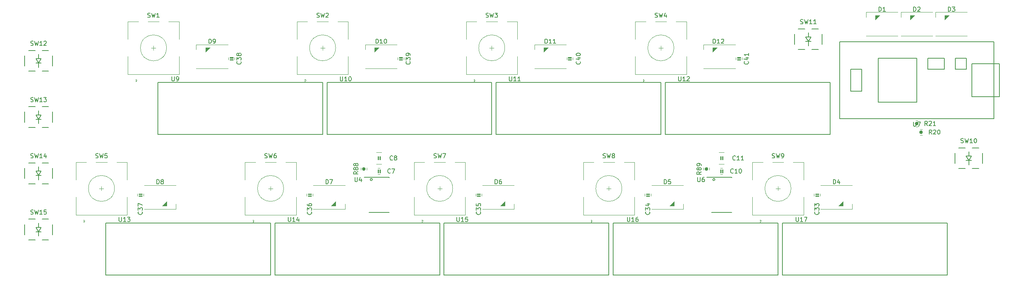
<source format=gto>
G04 #@! TF.GenerationSoftware,KiCad,Pcbnew,(5.1.6)-1*
G04 #@! TF.CreationDate,2020-09-10T04:38:29+10:00*
G04 #@! TF.ProjectId,EncoderBoard,456e636f-6465-4724-926f-6172642e6b69,C*
G04 #@! TF.SameCoordinates,Original*
G04 #@! TF.FileFunction,Legend,Top*
G04 #@! TF.FilePolarity,Positive*
%FSLAX46Y46*%
G04 Gerber Fmt 4.6, Leading zero omitted, Abs format (unit mm)*
G04 Created by KiCad (PCBNEW (5.1.6)-1) date 2020-09-10 04:38:29*
%MOMM*%
%LPD*%
G01*
G04 APERTURE LIST*
%ADD10C,0.150000*%
%ADD11C,0.100000*%
%ADD12C,0.120000*%
%ADD13C,0.400000*%
G04 APERTURE END LIST*
D10*
X246200000Y-54300000D02*
X246200000Y-56700000D01*
X239800000Y-56700000D02*
X239800000Y-54300000D01*
X245300000Y-57900000D02*
X243800000Y-57900000D01*
X240700000Y-57900000D02*
X242200000Y-57900000D01*
X245300000Y-53100000D02*
X243800000Y-53100000D01*
X240700000Y-53100000D02*
X242200000Y-53100000D01*
X242400000Y-56000000D02*
X243600000Y-56000000D01*
X243000000Y-56000000D02*
X243000000Y-57000000D01*
X243000000Y-55000000D02*
X243000000Y-54000000D01*
X243000000Y-56000000D02*
X242400000Y-55000000D01*
X243600000Y-55000000D02*
X243000000Y-56000000D01*
X242400000Y-55000000D02*
X243600000Y-55000000D01*
X209200000Y-26800000D02*
X209200000Y-29200000D01*
X202800000Y-29200000D02*
X202800000Y-26800000D01*
X208300000Y-30400000D02*
X206800000Y-30400000D01*
X203700000Y-30400000D02*
X205200000Y-30400000D01*
X208300000Y-25600000D02*
X206800000Y-25600000D01*
X203700000Y-25600000D02*
X205200000Y-25600000D01*
X205400000Y-28500000D02*
X206600000Y-28500000D01*
X206000000Y-28500000D02*
X206000000Y-29500000D01*
X206000000Y-27500000D02*
X206000000Y-26500000D01*
X206000000Y-28500000D02*
X205400000Y-27500000D01*
X206600000Y-27500000D02*
X206000000Y-28500000D01*
X205400000Y-27500000D02*
X206600000Y-27500000D01*
X31700000Y-31800000D02*
X31700000Y-34200000D01*
X25300000Y-34200000D02*
X25300000Y-31800000D01*
X30800000Y-35400000D02*
X29300000Y-35400000D01*
X26200000Y-35400000D02*
X27700000Y-35400000D01*
X30800000Y-30600000D02*
X29300000Y-30600000D01*
X26200000Y-30600000D02*
X27700000Y-30600000D01*
X27900000Y-33500000D02*
X29100000Y-33500000D01*
X28500000Y-33500000D02*
X28500000Y-34500000D01*
X28500000Y-32500000D02*
X28500000Y-31500000D01*
X28500000Y-33500000D02*
X27900000Y-32500000D01*
X29100000Y-32500000D02*
X28500000Y-33500000D01*
X27900000Y-32500000D02*
X29100000Y-32500000D01*
X31700000Y-44800000D02*
X31700000Y-47200000D01*
X25300000Y-47200000D02*
X25300000Y-44800000D01*
X30800000Y-48400000D02*
X29300000Y-48400000D01*
X26200000Y-48400000D02*
X27700000Y-48400000D01*
X30800000Y-43600000D02*
X29300000Y-43600000D01*
X26200000Y-43600000D02*
X27700000Y-43600000D01*
X27900000Y-46500000D02*
X29100000Y-46500000D01*
X28500000Y-46500000D02*
X28500000Y-47500000D01*
X28500000Y-45500000D02*
X28500000Y-44500000D01*
X28500000Y-46500000D02*
X27900000Y-45500000D01*
X29100000Y-45500000D02*
X28500000Y-46500000D01*
X27900000Y-45500000D02*
X29100000Y-45500000D01*
X31700000Y-57800000D02*
X31700000Y-60200000D01*
X25300000Y-60200000D02*
X25300000Y-57800000D01*
X30800000Y-61400000D02*
X29300000Y-61400000D01*
X26200000Y-61400000D02*
X27700000Y-61400000D01*
X30800000Y-56600000D02*
X29300000Y-56600000D01*
X26200000Y-56600000D02*
X27700000Y-56600000D01*
X27900000Y-59500000D02*
X29100000Y-59500000D01*
X28500000Y-59500000D02*
X28500000Y-60500000D01*
X28500000Y-58500000D02*
X28500000Y-57500000D01*
X28500000Y-59500000D02*
X27900000Y-58500000D01*
X29100000Y-58500000D02*
X28500000Y-59500000D01*
X27900000Y-58500000D02*
X29100000Y-58500000D01*
X31700000Y-70800000D02*
X31700000Y-73200000D01*
X25300000Y-73200000D02*
X25300000Y-70800000D01*
X30800000Y-74400000D02*
X29300000Y-74400000D01*
X26200000Y-74400000D02*
X27700000Y-74400000D01*
X30800000Y-69600000D02*
X29300000Y-69600000D01*
X26200000Y-69600000D02*
X27700000Y-69600000D01*
X27900000Y-72500000D02*
X29100000Y-72500000D01*
X28500000Y-72500000D02*
X28500000Y-73500000D01*
X28500000Y-71500000D02*
X28500000Y-70500000D01*
X28500000Y-72500000D02*
X27900000Y-71500000D01*
X29100000Y-71500000D02*
X28500000Y-72500000D01*
X27900000Y-71500000D02*
X29100000Y-71500000D01*
D11*
G36*
X214024000Y-65516000D02*
G01*
X214024000Y-66532000D01*
X213008000Y-66532000D01*
X214024000Y-65516000D01*
G37*
X214024000Y-65516000D02*
X214024000Y-66532000D01*
X213008000Y-66532000D01*
X214024000Y-65516000D01*
D12*
X208850000Y-61750000D02*
X216150000Y-61750000D01*
X208850000Y-67250000D02*
X216150000Y-67250000D01*
X216150000Y-67250000D02*
X216150000Y-66100000D01*
D10*
X173000000Y-50000000D02*
X173000000Y-38000000D01*
X211000000Y-50000000D02*
X173000000Y-50000000D01*
X211000000Y-38000000D02*
X211000000Y-50000000D01*
X173000000Y-38000000D02*
X211000000Y-38000000D01*
D12*
X43000000Y-63000000D02*
X43000000Y-62000000D01*
X42500000Y-62500000D02*
X43500000Y-62500000D01*
X46500000Y-56400000D02*
X48900000Y-56400000D01*
X41700000Y-56400000D02*
X44300000Y-56400000D01*
X37100000Y-56400000D02*
X39500000Y-56400000D01*
X38900000Y-69700000D02*
X39200000Y-70000000D01*
X38900000Y-70300000D02*
X38900000Y-69700000D01*
X39200000Y-70000000D02*
X38900000Y-70300000D01*
X37100000Y-68600000D02*
X48900000Y-68600000D01*
X37100000Y-64500000D02*
X37100000Y-68600000D01*
X48900000Y-64500000D02*
X48900000Y-68600000D01*
X48900000Y-56400000D02*
X48900000Y-60500000D01*
X37100000Y-60500000D02*
X37100000Y-56400000D01*
X46000000Y-62500000D02*
G75*
G03*
X46000000Y-62500000I-3000000J0D01*
G01*
X55000000Y-30500000D02*
X55000000Y-29500000D01*
X54500000Y-30000000D02*
X55500000Y-30000000D01*
X58500000Y-23900000D02*
X60900000Y-23900000D01*
X53700000Y-23900000D02*
X56300000Y-23900000D01*
X49100000Y-23900000D02*
X51500000Y-23900000D01*
X50900000Y-37200000D02*
X51200000Y-37500000D01*
X50900000Y-37800000D02*
X50900000Y-37200000D01*
X51200000Y-37500000D02*
X50900000Y-37800000D01*
X49100000Y-36100000D02*
X60900000Y-36100000D01*
X49100000Y-32000000D02*
X49100000Y-36100000D01*
X60900000Y-32000000D02*
X60900000Y-36100000D01*
X60900000Y-23900000D02*
X60900000Y-28000000D01*
X49100000Y-28000000D02*
X49100000Y-23900000D01*
X58000000Y-30000000D02*
G75*
G03*
X58000000Y-30000000I-3000000J0D01*
G01*
X94000000Y-30500000D02*
X94000000Y-29500000D01*
X93500000Y-30000000D02*
X94500000Y-30000000D01*
X97500000Y-23900000D02*
X99900000Y-23900000D01*
X92700000Y-23900000D02*
X95300000Y-23900000D01*
X88100000Y-23900000D02*
X90500000Y-23900000D01*
X89900000Y-37200000D02*
X90200000Y-37500000D01*
X89900000Y-37800000D02*
X89900000Y-37200000D01*
X90200000Y-37500000D02*
X89900000Y-37800000D01*
X88100000Y-36100000D02*
X99900000Y-36100000D01*
X88100000Y-32000000D02*
X88100000Y-36100000D01*
X99900000Y-32000000D02*
X99900000Y-36100000D01*
X99900000Y-23900000D02*
X99900000Y-28000000D01*
X88100000Y-28000000D02*
X88100000Y-23900000D01*
X97000000Y-30000000D02*
G75*
G03*
X97000000Y-30000000I-3000000J0D01*
G01*
X133000000Y-30500000D02*
X133000000Y-29500000D01*
X132500000Y-30000000D02*
X133500000Y-30000000D01*
X136500000Y-23900000D02*
X138900000Y-23900000D01*
X131700000Y-23900000D02*
X134300000Y-23900000D01*
X127100000Y-23900000D02*
X129500000Y-23900000D01*
X128900000Y-37200000D02*
X129200000Y-37500000D01*
X128900000Y-37800000D02*
X128900000Y-37200000D01*
X129200000Y-37500000D02*
X128900000Y-37800000D01*
X127100000Y-36100000D02*
X138900000Y-36100000D01*
X127100000Y-32000000D02*
X127100000Y-36100000D01*
X138900000Y-32000000D02*
X138900000Y-36100000D01*
X138900000Y-23900000D02*
X138900000Y-28000000D01*
X127100000Y-28000000D02*
X127100000Y-23900000D01*
X136000000Y-30000000D02*
G75*
G03*
X136000000Y-30000000I-3000000J0D01*
G01*
X172000000Y-30500000D02*
X172000000Y-29500000D01*
X171500000Y-30000000D02*
X172500000Y-30000000D01*
X175500000Y-23900000D02*
X177900000Y-23900000D01*
X170700000Y-23900000D02*
X173300000Y-23900000D01*
X166100000Y-23900000D02*
X168500000Y-23900000D01*
X167900000Y-37200000D02*
X168200000Y-37500000D01*
X167900000Y-37800000D02*
X167900000Y-37200000D01*
X168200000Y-37500000D02*
X167900000Y-37800000D01*
X166100000Y-36100000D02*
X177900000Y-36100000D01*
X166100000Y-32000000D02*
X166100000Y-36100000D01*
X177900000Y-32000000D02*
X177900000Y-36100000D01*
X177900000Y-23900000D02*
X177900000Y-28000000D01*
X166100000Y-28000000D02*
X166100000Y-23900000D01*
X175000000Y-30000000D02*
G75*
G03*
X175000000Y-30000000I-3000000J0D01*
G01*
X82000000Y-63000000D02*
X82000000Y-62000000D01*
X81500000Y-62500000D02*
X82500000Y-62500000D01*
X85500000Y-56400000D02*
X87900000Y-56400000D01*
X80700000Y-56400000D02*
X83300000Y-56400000D01*
X76100000Y-56400000D02*
X78500000Y-56400000D01*
X77900000Y-69700000D02*
X78200000Y-70000000D01*
X77900000Y-70300000D02*
X77900000Y-69700000D01*
X78200000Y-70000000D02*
X77900000Y-70300000D01*
X76100000Y-68600000D02*
X87900000Y-68600000D01*
X76100000Y-64500000D02*
X76100000Y-68600000D01*
X87900000Y-64500000D02*
X87900000Y-68600000D01*
X87900000Y-56400000D02*
X87900000Y-60500000D01*
X76100000Y-60500000D02*
X76100000Y-56400000D01*
X85000000Y-62500000D02*
G75*
G03*
X85000000Y-62500000I-3000000J0D01*
G01*
X121000000Y-63000000D02*
X121000000Y-62000000D01*
X120500000Y-62500000D02*
X121500000Y-62500000D01*
X124500000Y-56400000D02*
X126900000Y-56400000D01*
X119700000Y-56400000D02*
X122300000Y-56400000D01*
X115100000Y-56400000D02*
X117500000Y-56400000D01*
X116900000Y-69700000D02*
X117200000Y-70000000D01*
X116900000Y-70300000D02*
X116900000Y-69700000D01*
X117200000Y-70000000D02*
X116900000Y-70300000D01*
X115100000Y-68600000D02*
X126900000Y-68600000D01*
X115100000Y-64500000D02*
X115100000Y-68600000D01*
X126900000Y-64500000D02*
X126900000Y-68600000D01*
X126900000Y-56400000D02*
X126900000Y-60500000D01*
X115100000Y-60500000D02*
X115100000Y-56400000D01*
X124000000Y-62500000D02*
G75*
G03*
X124000000Y-62500000I-3000000J0D01*
G01*
X160000000Y-63000000D02*
X160000000Y-62000000D01*
X159500000Y-62500000D02*
X160500000Y-62500000D01*
X163500000Y-56400000D02*
X165900000Y-56400000D01*
X158700000Y-56400000D02*
X161300000Y-56400000D01*
X154100000Y-56400000D02*
X156500000Y-56400000D01*
X155900000Y-69700000D02*
X156200000Y-70000000D01*
X155900000Y-70300000D02*
X155900000Y-69700000D01*
X156200000Y-70000000D02*
X155900000Y-70300000D01*
X154100000Y-68600000D02*
X165900000Y-68600000D01*
X154100000Y-64500000D02*
X154100000Y-68600000D01*
X165900000Y-64500000D02*
X165900000Y-68600000D01*
X165900000Y-56400000D02*
X165900000Y-60500000D01*
X154100000Y-60500000D02*
X154100000Y-56400000D01*
X163000000Y-62500000D02*
G75*
G03*
X163000000Y-62500000I-3000000J0D01*
G01*
X199000000Y-63000000D02*
X199000000Y-62000000D01*
X198500000Y-62500000D02*
X199500000Y-62500000D01*
X202500000Y-56400000D02*
X204900000Y-56400000D01*
X197700000Y-56400000D02*
X200300000Y-56400000D01*
X193100000Y-56400000D02*
X195500000Y-56400000D01*
X194900000Y-69700000D02*
X195200000Y-70000000D01*
X194900000Y-70300000D02*
X194900000Y-69700000D01*
X195200000Y-70000000D02*
X194900000Y-70300000D01*
X193100000Y-68600000D02*
X204900000Y-68600000D01*
X193100000Y-64500000D02*
X193100000Y-68600000D01*
X204900000Y-64500000D02*
X204900000Y-68600000D01*
X204900000Y-56400000D02*
X204900000Y-60500000D01*
X193100000Y-60500000D02*
X193100000Y-56400000D01*
X202000000Y-62500000D02*
G75*
G03*
X202000000Y-62500000I-3000000J0D01*
G01*
D13*
X182700000Y-58000000D02*
G75*
G03*
X182700000Y-58000000I-200000J0D01*
G01*
D12*
X181790000Y-57741422D02*
X181790000Y-58258578D01*
X183210000Y-57741422D02*
X183210000Y-58258578D01*
X181850000Y-29250000D02*
X181850000Y-30400000D01*
X189150000Y-29250000D02*
X181850000Y-29250000D01*
X189150000Y-34750000D02*
X181850000Y-34750000D01*
D11*
G36*
X183976000Y-30984000D02*
G01*
X183976000Y-29968000D01*
X184992000Y-29968000D01*
X183976000Y-30984000D01*
G37*
X183976000Y-30984000D02*
X183976000Y-29968000D01*
X184992000Y-29968000D01*
X183976000Y-30984000D01*
D12*
X189290000Y-32758578D02*
X189290000Y-32241422D01*
X190710000Y-32758578D02*
X190710000Y-32241422D01*
D11*
G36*
X189619000Y-32817500D02*
G01*
X189619000Y-32627000D01*
X190381000Y-32627000D01*
X190381000Y-32817500D01*
X189619000Y-32817500D01*
G37*
X189619000Y-32817500D02*
X189619000Y-32627000D01*
X190381000Y-32627000D01*
X190381000Y-32817500D01*
X189619000Y-32817500D01*
G36*
X189619000Y-32373000D02*
G01*
X189619000Y-32182500D01*
X190381000Y-32182500D01*
X190381000Y-32373000D01*
X189619000Y-32373000D01*
G37*
X189619000Y-32373000D02*
X189619000Y-32182500D01*
X190381000Y-32182500D01*
X190381000Y-32373000D01*
X189619000Y-32373000D01*
D10*
X83000000Y-82500000D02*
X83000000Y-70500000D01*
X121000000Y-82500000D02*
X83000000Y-82500000D01*
X121000000Y-70500000D02*
X121000000Y-82500000D01*
X83000000Y-70500000D02*
X121000000Y-70500000D01*
X248780000Y-28610000D02*
X248780000Y-46390000D01*
X213220000Y-28610000D02*
X248780000Y-28610000D01*
X213220000Y-46390000D02*
X213220000Y-28610000D01*
X248780000Y-46390000D02*
X213220000Y-46390000D01*
X222110000Y-32420000D02*
X231000000Y-32420000D01*
X222110000Y-42580000D02*
X231000000Y-42580000D01*
X231000000Y-42580000D02*
X231000000Y-32420000D01*
X222110000Y-32420000D02*
X222110000Y-42580000D01*
X218300000Y-40040000D02*
X215760000Y-40040000D01*
X218300000Y-34960000D02*
X218300000Y-40040000D01*
X215760000Y-34960000D02*
X218300000Y-34960000D01*
X215760000Y-40040000D02*
X215760000Y-34960000D01*
X242430000Y-34960000D02*
X242430000Y-32420000D01*
X239890000Y-34960000D02*
X242430000Y-34960000D01*
X239890000Y-32420000D02*
X239890000Y-34960000D01*
X242430000Y-32420000D02*
X239890000Y-32420000D01*
X243700000Y-33690000D02*
X248780000Y-33690000D01*
X243700000Y-41310000D02*
X248780000Y-41310000D01*
X243700000Y-33690000D02*
X243700000Y-41310000D01*
X237350000Y-34960000D02*
X237350000Y-32420000D01*
X233540000Y-34960000D02*
X237350000Y-34960000D01*
X233540000Y-32420000D02*
X233540000Y-34960000D01*
X237350000Y-32420000D02*
X233540000Y-32420000D01*
X250050000Y-41310000D02*
X248780000Y-41310000D01*
X250050000Y-33690000D02*
X250050000Y-41310000D01*
X248780000Y-33690000D02*
X250050000Y-33690000D01*
D11*
G36*
X221476000Y-23484000D02*
G01*
X221476000Y-22468000D01*
X222492000Y-22468000D01*
X221476000Y-23484000D01*
G37*
X221476000Y-23484000D02*
X221476000Y-22468000D01*
X222492000Y-22468000D01*
X221476000Y-23484000D01*
D12*
X226650000Y-27250000D02*
X219350000Y-27250000D01*
X226650000Y-21750000D02*
X219350000Y-21750000D01*
X219350000Y-21750000D02*
X219350000Y-22900000D01*
D11*
G36*
X229476000Y-23484000D02*
G01*
X229476000Y-22468000D01*
X230492000Y-22468000D01*
X229476000Y-23484000D01*
G37*
X229476000Y-23484000D02*
X229476000Y-22468000D01*
X230492000Y-22468000D01*
X229476000Y-23484000D01*
D12*
X234650000Y-27250000D02*
X227350000Y-27250000D01*
X234650000Y-21750000D02*
X227350000Y-21750000D01*
X227350000Y-21750000D02*
X227350000Y-22900000D01*
D11*
G36*
X237476000Y-23484000D02*
G01*
X237476000Y-22468000D01*
X238492000Y-22468000D01*
X237476000Y-23484000D01*
G37*
X237476000Y-23484000D02*
X237476000Y-22468000D01*
X238492000Y-22468000D01*
X237476000Y-23484000D01*
D12*
X242650000Y-27250000D02*
X235350000Y-27250000D01*
X242650000Y-21750000D02*
X235350000Y-21750000D01*
X235350000Y-21750000D02*
X235350000Y-22900000D01*
D11*
G36*
X175024000Y-65516000D02*
G01*
X175024000Y-66532000D01*
X174008000Y-66532000D01*
X175024000Y-65516000D01*
G37*
X175024000Y-65516000D02*
X175024000Y-66532000D01*
X174008000Y-66532000D01*
X175024000Y-65516000D01*
D12*
X169850000Y-61750000D02*
X177150000Y-61750000D01*
X169850000Y-67250000D02*
X177150000Y-67250000D01*
X177150000Y-67250000D02*
X177150000Y-66100000D01*
D11*
G36*
X136024000Y-65516000D02*
G01*
X136024000Y-66532000D01*
X135008000Y-66532000D01*
X136024000Y-65516000D01*
G37*
X136024000Y-65516000D02*
X136024000Y-66532000D01*
X135008000Y-66532000D01*
X136024000Y-65516000D01*
D12*
X130850000Y-61750000D02*
X138150000Y-61750000D01*
X130850000Y-67250000D02*
X138150000Y-67250000D01*
X138150000Y-67250000D02*
X138150000Y-66100000D01*
D11*
G36*
X97024000Y-65516000D02*
G01*
X97024000Y-66532000D01*
X96008000Y-66532000D01*
X97024000Y-65516000D01*
G37*
X97024000Y-65516000D02*
X97024000Y-66532000D01*
X96008000Y-66532000D01*
X97024000Y-65516000D01*
D12*
X91850000Y-61750000D02*
X99150000Y-61750000D01*
X91850000Y-67250000D02*
X99150000Y-67250000D01*
X99150000Y-67250000D02*
X99150000Y-66100000D01*
D11*
G36*
X58024000Y-65516000D02*
G01*
X58024000Y-66532000D01*
X57008000Y-66532000D01*
X58024000Y-65516000D01*
G37*
X58024000Y-65516000D02*
X58024000Y-66532000D01*
X57008000Y-66532000D01*
X58024000Y-65516000D01*
D12*
X52850000Y-61750000D02*
X60150000Y-61750000D01*
X52850000Y-67250000D02*
X60150000Y-67250000D01*
X60150000Y-67250000D02*
X60150000Y-66100000D01*
X64850000Y-29250000D02*
X64850000Y-30400000D01*
X72150000Y-29250000D02*
X64850000Y-29250000D01*
X72150000Y-34750000D02*
X64850000Y-34750000D01*
D11*
G36*
X66976000Y-30984000D02*
G01*
X66976000Y-29968000D01*
X67992000Y-29968000D01*
X66976000Y-30984000D01*
G37*
X66976000Y-30984000D02*
X66976000Y-29968000D01*
X67992000Y-29968000D01*
X66976000Y-30984000D01*
D12*
X103850000Y-29250000D02*
X103850000Y-30400000D01*
X111150000Y-29250000D02*
X103850000Y-29250000D01*
X111150000Y-34750000D02*
X103850000Y-34750000D01*
D11*
G36*
X105976000Y-30984000D02*
G01*
X105976000Y-29968000D01*
X106992000Y-29968000D01*
X105976000Y-30984000D01*
G37*
X105976000Y-30984000D02*
X105976000Y-29968000D01*
X106992000Y-29968000D01*
X105976000Y-30984000D01*
D12*
X142850000Y-29250000D02*
X142850000Y-30400000D01*
X150150000Y-29250000D02*
X142850000Y-29250000D01*
X150150000Y-34750000D02*
X142850000Y-34750000D01*
D11*
G36*
X144976000Y-30984000D02*
G01*
X144976000Y-29968000D01*
X145992000Y-29968000D01*
X144976000Y-30984000D01*
G37*
X144976000Y-30984000D02*
X144976000Y-29968000D01*
X145992000Y-29968000D01*
X144976000Y-30984000D01*
G36*
X106873000Y-58881000D02*
G01*
X106682500Y-58881000D01*
X106682500Y-58119000D01*
X106873000Y-58119000D01*
X106873000Y-58881000D01*
G37*
X106873000Y-58881000D02*
X106682500Y-58881000D01*
X106682500Y-58119000D01*
X106873000Y-58119000D01*
X106873000Y-58881000D01*
G36*
X107317500Y-58881000D02*
G01*
X107127000Y-58881000D01*
X107127000Y-58119000D01*
X107317500Y-58119000D01*
X107317500Y-58881000D01*
G37*
X107317500Y-58881000D02*
X107127000Y-58881000D01*
X107127000Y-58119000D01*
X107317500Y-58119000D01*
X107317500Y-58881000D01*
D12*
X107258578Y-57790000D02*
X106741422Y-57790000D01*
X107258578Y-59210000D02*
X106741422Y-59210000D01*
D11*
G36*
X106873000Y-55881000D02*
G01*
X106682500Y-55881000D01*
X106682500Y-55119000D01*
X106873000Y-55119000D01*
X106873000Y-55881000D01*
G37*
X106873000Y-55881000D02*
X106682500Y-55881000D01*
X106682500Y-55119000D01*
X106873000Y-55119000D01*
X106873000Y-55881000D01*
G36*
X107317500Y-55881000D02*
G01*
X107127000Y-55881000D01*
X107127000Y-55119000D01*
X107317500Y-55119000D01*
X107317500Y-55881000D01*
G37*
X107317500Y-55881000D02*
X107127000Y-55881000D01*
X107127000Y-55119000D01*
X107317500Y-55119000D01*
X107317500Y-55881000D01*
D12*
X107602064Y-54140000D02*
X106397936Y-54140000D01*
X107602064Y-56860000D02*
X106397936Y-56860000D01*
D11*
G36*
X185873000Y-58881000D02*
G01*
X185682500Y-58881000D01*
X185682500Y-58119000D01*
X185873000Y-58119000D01*
X185873000Y-58881000D01*
G37*
X185873000Y-58881000D02*
X185682500Y-58881000D01*
X185682500Y-58119000D01*
X185873000Y-58119000D01*
X185873000Y-58881000D01*
G36*
X186317500Y-58881000D02*
G01*
X186127000Y-58881000D01*
X186127000Y-58119000D01*
X186317500Y-58119000D01*
X186317500Y-58881000D01*
G37*
X186317500Y-58881000D02*
X186127000Y-58881000D01*
X186127000Y-58119000D01*
X186317500Y-58119000D01*
X186317500Y-58881000D01*
D12*
X186258578Y-57790000D02*
X185741422Y-57790000D01*
X186258578Y-59210000D02*
X185741422Y-59210000D01*
D11*
G36*
X185873000Y-55881000D02*
G01*
X185682500Y-55881000D01*
X185682500Y-55119000D01*
X185873000Y-55119000D01*
X185873000Y-55881000D01*
G37*
X185873000Y-55881000D02*
X185682500Y-55881000D01*
X185682500Y-55119000D01*
X185873000Y-55119000D01*
X185873000Y-55881000D01*
G36*
X186317500Y-55881000D02*
G01*
X186127000Y-55881000D01*
X186127000Y-55119000D01*
X186317500Y-55119000D01*
X186317500Y-55881000D01*
G37*
X186317500Y-55881000D02*
X186127000Y-55881000D01*
X186127000Y-55119000D01*
X186317500Y-55119000D01*
X186317500Y-55881000D01*
D12*
X186602064Y-54140000D02*
X185397936Y-54140000D01*
X186602064Y-56860000D02*
X185397936Y-56860000D01*
D11*
G36*
X208381000Y-64127000D02*
G01*
X208381000Y-64317500D01*
X207619000Y-64317500D01*
X207619000Y-64127000D01*
X208381000Y-64127000D01*
G37*
X208381000Y-64127000D02*
X208381000Y-64317500D01*
X207619000Y-64317500D01*
X207619000Y-64127000D01*
X208381000Y-64127000D01*
G36*
X208381000Y-63682500D02*
G01*
X208381000Y-63873000D01*
X207619000Y-63873000D01*
X207619000Y-63682500D01*
X208381000Y-63682500D01*
G37*
X208381000Y-63682500D02*
X208381000Y-63873000D01*
X207619000Y-63873000D01*
X207619000Y-63682500D01*
X208381000Y-63682500D01*
D12*
X207290000Y-63741422D02*
X207290000Y-64258578D01*
X208710000Y-63741422D02*
X208710000Y-64258578D01*
D11*
G36*
X169381000Y-64127000D02*
G01*
X169381000Y-64317500D01*
X168619000Y-64317500D01*
X168619000Y-64127000D01*
X169381000Y-64127000D01*
G37*
X169381000Y-64127000D02*
X169381000Y-64317500D01*
X168619000Y-64317500D01*
X168619000Y-64127000D01*
X169381000Y-64127000D01*
G36*
X169381000Y-63682500D02*
G01*
X169381000Y-63873000D01*
X168619000Y-63873000D01*
X168619000Y-63682500D01*
X169381000Y-63682500D01*
G37*
X169381000Y-63682500D02*
X169381000Y-63873000D01*
X168619000Y-63873000D01*
X168619000Y-63682500D01*
X169381000Y-63682500D01*
D12*
X168290000Y-63741422D02*
X168290000Y-64258578D01*
X169710000Y-63741422D02*
X169710000Y-64258578D01*
D11*
G36*
X130381000Y-64127000D02*
G01*
X130381000Y-64317500D01*
X129619000Y-64317500D01*
X129619000Y-64127000D01*
X130381000Y-64127000D01*
G37*
X130381000Y-64127000D02*
X130381000Y-64317500D01*
X129619000Y-64317500D01*
X129619000Y-64127000D01*
X130381000Y-64127000D01*
G36*
X130381000Y-63682500D02*
G01*
X130381000Y-63873000D01*
X129619000Y-63873000D01*
X129619000Y-63682500D01*
X130381000Y-63682500D01*
G37*
X130381000Y-63682500D02*
X130381000Y-63873000D01*
X129619000Y-63873000D01*
X129619000Y-63682500D01*
X130381000Y-63682500D01*
D12*
X129290000Y-63741422D02*
X129290000Y-64258578D01*
X130710000Y-63741422D02*
X130710000Y-64258578D01*
D11*
G36*
X91381000Y-64127000D02*
G01*
X91381000Y-64317500D01*
X90619000Y-64317500D01*
X90619000Y-64127000D01*
X91381000Y-64127000D01*
G37*
X91381000Y-64127000D02*
X91381000Y-64317500D01*
X90619000Y-64317500D01*
X90619000Y-64127000D01*
X91381000Y-64127000D01*
G36*
X91381000Y-63682500D02*
G01*
X91381000Y-63873000D01*
X90619000Y-63873000D01*
X90619000Y-63682500D01*
X91381000Y-63682500D01*
G37*
X91381000Y-63682500D02*
X91381000Y-63873000D01*
X90619000Y-63873000D01*
X90619000Y-63682500D01*
X91381000Y-63682500D01*
D12*
X90290000Y-63741422D02*
X90290000Y-64258578D01*
X91710000Y-63741422D02*
X91710000Y-64258578D01*
D11*
G36*
X52381000Y-64127000D02*
G01*
X52381000Y-64317500D01*
X51619000Y-64317500D01*
X51619000Y-64127000D01*
X52381000Y-64127000D01*
G37*
X52381000Y-64127000D02*
X52381000Y-64317500D01*
X51619000Y-64317500D01*
X51619000Y-64127000D01*
X52381000Y-64127000D01*
G36*
X52381000Y-63682500D02*
G01*
X52381000Y-63873000D01*
X51619000Y-63873000D01*
X51619000Y-63682500D01*
X52381000Y-63682500D01*
G37*
X52381000Y-63682500D02*
X52381000Y-63873000D01*
X51619000Y-63873000D01*
X51619000Y-63682500D01*
X52381000Y-63682500D01*
D12*
X51290000Y-63741422D02*
X51290000Y-64258578D01*
X52710000Y-63741422D02*
X52710000Y-64258578D01*
X72290000Y-32758578D02*
X72290000Y-32241422D01*
X73710000Y-32758578D02*
X73710000Y-32241422D01*
D11*
G36*
X72619000Y-32817500D02*
G01*
X72619000Y-32627000D01*
X73381000Y-32627000D01*
X73381000Y-32817500D01*
X72619000Y-32817500D01*
G37*
X72619000Y-32817500D02*
X72619000Y-32627000D01*
X73381000Y-32627000D01*
X73381000Y-32817500D01*
X72619000Y-32817500D01*
G36*
X72619000Y-32373000D02*
G01*
X72619000Y-32182500D01*
X73381000Y-32182500D01*
X73381000Y-32373000D01*
X72619000Y-32373000D01*
G37*
X72619000Y-32373000D02*
X72619000Y-32182500D01*
X73381000Y-32182500D01*
X73381000Y-32373000D01*
X72619000Y-32373000D01*
D12*
X111290000Y-32758578D02*
X111290000Y-32241422D01*
X112710000Y-32758578D02*
X112710000Y-32241422D01*
D11*
G36*
X111619000Y-32817500D02*
G01*
X111619000Y-32627000D01*
X112381000Y-32627000D01*
X112381000Y-32817500D01*
X111619000Y-32817500D01*
G37*
X111619000Y-32817500D02*
X111619000Y-32627000D01*
X112381000Y-32627000D01*
X112381000Y-32817500D01*
X111619000Y-32817500D01*
G36*
X111619000Y-32373000D02*
G01*
X111619000Y-32182500D01*
X112381000Y-32182500D01*
X112381000Y-32373000D01*
X111619000Y-32373000D01*
G37*
X111619000Y-32373000D02*
X111619000Y-32182500D01*
X112381000Y-32182500D01*
X112381000Y-32373000D01*
X111619000Y-32373000D01*
D12*
X150290000Y-32758578D02*
X150290000Y-32241422D01*
X151710000Y-32758578D02*
X151710000Y-32241422D01*
D11*
G36*
X150619000Y-32817500D02*
G01*
X150619000Y-32627000D01*
X151381000Y-32627000D01*
X151381000Y-32817500D01*
X150619000Y-32817500D01*
G37*
X150619000Y-32817500D02*
X150619000Y-32627000D01*
X151381000Y-32627000D01*
X151381000Y-32817500D01*
X150619000Y-32817500D01*
G36*
X150619000Y-32373000D02*
G01*
X150619000Y-32182500D01*
X151381000Y-32182500D01*
X151381000Y-32373000D01*
X150619000Y-32373000D01*
G37*
X150619000Y-32373000D02*
X150619000Y-32182500D01*
X151381000Y-32182500D01*
X151381000Y-32373000D01*
X150619000Y-32373000D01*
D13*
X232200000Y-49500000D02*
G75*
G03*
X232200000Y-49500000I-200000J0D01*
G01*
D12*
X232258578Y-48790000D02*
X231741422Y-48790000D01*
X232258578Y-50210000D02*
X231741422Y-50210000D01*
D13*
X231200000Y-47500000D02*
G75*
G03*
X231200000Y-47500000I-200000J0D01*
G01*
D12*
X231258578Y-46790000D02*
X230741422Y-46790000D01*
X231258578Y-48210000D02*
X230741422Y-48210000D01*
D10*
X105476000Y-60444000D02*
G75*
G03*
X105476000Y-60444000I-254000J0D01*
G01*
X109325000Y-59975000D02*
X109325000Y-60000000D01*
X109325000Y-68025000D02*
X109325000Y-68000000D01*
X104675000Y-68025000D02*
X104675000Y-68000000D01*
X103600000Y-59925000D02*
X109325000Y-59925000D01*
X104675000Y-68025000D02*
X109325000Y-68025000D01*
X184476000Y-60444000D02*
G75*
G03*
X184476000Y-60444000I-254000J0D01*
G01*
X188325000Y-59975000D02*
X188325000Y-60000000D01*
X188325000Y-68025000D02*
X188325000Y-68000000D01*
X183675000Y-68025000D02*
X183675000Y-68000000D01*
X182600000Y-59925000D02*
X188325000Y-59925000D01*
X183675000Y-68025000D02*
X188325000Y-68025000D01*
X56000000Y-50000000D02*
X56000000Y-38000000D01*
X94000000Y-50000000D02*
X56000000Y-50000000D01*
X94000000Y-38000000D02*
X94000000Y-50000000D01*
X56000000Y-38000000D02*
X94000000Y-38000000D01*
X95000000Y-50000000D02*
X95000000Y-38000000D01*
X133000000Y-50000000D02*
X95000000Y-50000000D01*
X133000000Y-38000000D02*
X133000000Y-50000000D01*
X95000000Y-38000000D02*
X133000000Y-38000000D01*
X134000000Y-50000000D02*
X134000000Y-38000000D01*
X172000000Y-50000000D02*
X134000000Y-50000000D01*
X172000000Y-38000000D02*
X172000000Y-50000000D01*
X134000000Y-38000000D02*
X172000000Y-38000000D01*
X44000000Y-82500000D02*
X44000000Y-70500000D01*
X82000000Y-82500000D02*
X44000000Y-82500000D01*
X82000000Y-70500000D02*
X82000000Y-82500000D01*
X44000000Y-70500000D02*
X82000000Y-70500000D01*
X122000000Y-82500000D02*
X122000000Y-70500000D01*
X160000000Y-82500000D02*
X122000000Y-82500000D01*
X160000000Y-70500000D02*
X160000000Y-82500000D01*
X122000000Y-70500000D02*
X160000000Y-70500000D01*
X161000000Y-82500000D02*
X161000000Y-70500000D01*
X199000000Y-82500000D02*
X161000000Y-82500000D01*
X199000000Y-70500000D02*
X199000000Y-82500000D01*
X161000000Y-70500000D02*
X199000000Y-70500000D01*
X200000000Y-82500000D02*
X200000000Y-70500000D01*
X238000000Y-82500000D02*
X200000000Y-82500000D01*
X238000000Y-70500000D02*
X238000000Y-82500000D01*
X200000000Y-70500000D02*
X238000000Y-70500000D01*
D12*
X104210000Y-57741422D02*
X104210000Y-58258578D01*
X102790000Y-57741422D02*
X102790000Y-58258578D01*
D13*
X103700000Y-58000000D02*
G75*
G03*
X103700000Y-58000000I-200000J0D01*
G01*
D10*
X241190476Y-51904761D02*
X241333333Y-51952380D01*
X241571428Y-51952380D01*
X241666666Y-51904761D01*
X241714285Y-51857142D01*
X241761904Y-51761904D01*
X241761904Y-51666666D01*
X241714285Y-51571428D01*
X241666666Y-51523809D01*
X241571428Y-51476190D01*
X241380952Y-51428571D01*
X241285714Y-51380952D01*
X241238095Y-51333333D01*
X241190476Y-51238095D01*
X241190476Y-51142857D01*
X241238095Y-51047619D01*
X241285714Y-51000000D01*
X241380952Y-50952380D01*
X241619047Y-50952380D01*
X241761904Y-51000000D01*
X242095238Y-50952380D02*
X242333333Y-51952380D01*
X242523809Y-51238095D01*
X242714285Y-51952380D01*
X242952380Y-50952380D01*
X243857142Y-51952380D02*
X243285714Y-51952380D01*
X243571428Y-51952380D02*
X243571428Y-50952380D01*
X243476190Y-51095238D01*
X243380952Y-51190476D01*
X243285714Y-51238095D01*
X244476190Y-50952380D02*
X244571428Y-50952380D01*
X244666666Y-51000000D01*
X244714285Y-51047619D01*
X244761904Y-51142857D01*
X244809523Y-51333333D01*
X244809523Y-51571428D01*
X244761904Y-51761904D01*
X244714285Y-51857142D01*
X244666666Y-51904761D01*
X244571428Y-51952380D01*
X244476190Y-51952380D01*
X244380952Y-51904761D01*
X244333333Y-51857142D01*
X244285714Y-51761904D01*
X244238095Y-51571428D01*
X244238095Y-51333333D01*
X244285714Y-51142857D01*
X244333333Y-51047619D01*
X244380952Y-51000000D01*
X244476190Y-50952380D01*
X204190476Y-24404761D02*
X204333333Y-24452380D01*
X204571428Y-24452380D01*
X204666666Y-24404761D01*
X204714285Y-24357142D01*
X204761904Y-24261904D01*
X204761904Y-24166666D01*
X204714285Y-24071428D01*
X204666666Y-24023809D01*
X204571428Y-23976190D01*
X204380952Y-23928571D01*
X204285714Y-23880952D01*
X204238095Y-23833333D01*
X204190476Y-23738095D01*
X204190476Y-23642857D01*
X204238095Y-23547619D01*
X204285714Y-23500000D01*
X204380952Y-23452380D01*
X204619047Y-23452380D01*
X204761904Y-23500000D01*
X205095238Y-23452380D02*
X205333333Y-24452380D01*
X205523809Y-23738095D01*
X205714285Y-24452380D01*
X205952380Y-23452380D01*
X206857142Y-24452380D02*
X206285714Y-24452380D01*
X206571428Y-24452380D02*
X206571428Y-23452380D01*
X206476190Y-23595238D01*
X206380952Y-23690476D01*
X206285714Y-23738095D01*
X207809523Y-24452380D02*
X207238095Y-24452380D01*
X207523809Y-24452380D02*
X207523809Y-23452380D01*
X207428571Y-23595238D01*
X207333333Y-23690476D01*
X207238095Y-23738095D01*
X26690476Y-29404761D02*
X26833333Y-29452380D01*
X27071428Y-29452380D01*
X27166666Y-29404761D01*
X27214285Y-29357142D01*
X27261904Y-29261904D01*
X27261904Y-29166666D01*
X27214285Y-29071428D01*
X27166666Y-29023809D01*
X27071428Y-28976190D01*
X26880952Y-28928571D01*
X26785714Y-28880952D01*
X26738095Y-28833333D01*
X26690476Y-28738095D01*
X26690476Y-28642857D01*
X26738095Y-28547619D01*
X26785714Y-28500000D01*
X26880952Y-28452380D01*
X27119047Y-28452380D01*
X27261904Y-28500000D01*
X27595238Y-28452380D02*
X27833333Y-29452380D01*
X28023809Y-28738095D01*
X28214285Y-29452380D01*
X28452380Y-28452380D01*
X29357142Y-29452380D02*
X28785714Y-29452380D01*
X29071428Y-29452380D02*
X29071428Y-28452380D01*
X28976190Y-28595238D01*
X28880952Y-28690476D01*
X28785714Y-28738095D01*
X29738095Y-28547619D02*
X29785714Y-28500000D01*
X29880952Y-28452380D01*
X30119047Y-28452380D01*
X30214285Y-28500000D01*
X30261904Y-28547619D01*
X30309523Y-28642857D01*
X30309523Y-28738095D01*
X30261904Y-28880952D01*
X29690476Y-29452380D01*
X30309523Y-29452380D01*
X26690476Y-42404761D02*
X26833333Y-42452380D01*
X27071428Y-42452380D01*
X27166666Y-42404761D01*
X27214285Y-42357142D01*
X27261904Y-42261904D01*
X27261904Y-42166666D01*
X27214285Y-42071428D01*
X27166666Y-42023809D01*
X27071428Y-41976190D01*
X26880952Y-41928571D01*
X26785714Y-41880952D01*
X26738095Y-41833333D01*
X26690476Y-41738095D01*
X26690476Y-41642857D01*
X26738095Y-41547619D01*
X26785714Y-41500000D01*
X26880952Y-41452380D01*
X27119047Y-41452380D01*
X27261904Y-41500000D01*
X27595238Y-41452380D02*
X27833333Y-42452380D01*
X28023809Y-41738095D01*
X28214285Y-42452380D01*
X28452380Y-41452380D01*
X29357142Y-42452380D02*
X28785714Y-42452380D01*
X29071428Y-42452380D02*
X29071428Y-41452380D01*
X28976190Y-41595238D01*
X28880952Y-41690476D01*
X28785714Y-41738095D01*
X29690476Y-41452380D02*
X30309523Y-41452380D01*
X29976190Y-41833333D01*
X30119047Y-41833333D01*
X30214285Y-41880952D01*
X30261904Y-41928571D01*
X30309523Y-42023809D01*
X30309523Y-42261904D01*
X30261904Y-42357142D01*
X30214285Y-42404761D01*
X30119047Y-42452380D01*
X29833333Y-42452380D01*
X29738095Y-42404761D01*
X29690476Y-42357142D01*
X26690476Y-55404761D02*
X26833333Y-55452380D01*
X27071428Y-55452380D01*
X27166666Y-55404761D01*
X27214285Y-55357142D01*
X27261904Y-55261904D01*
X27261904Y-55166666D01*
X27214285Y-55071428D01*
X27166666Y-55023809D01*
X27071428Y-54976190D01*
X26880952Y-54928571D01*
X26785714Y-54880952D01*
X26738095Y-54833333D01*
X26690476Y-54738095D01*
X26690476Y-54642857D01*
X26738095Y-54547619D01*
X26785714Y-54500000D01*
X26880952Y-54452380D01*
X27119047Y-54452380D01*
X27261904Y-54500000D01*
X27595238Y-54452380D02*
X27833333Y-55452380D01*
X28023809Y-54738095D01*
X28214285Y-55452380D01*
X28452380Y-54452380D01*
X29357142Y-55452380D02*
X28785714Y-55452380D01*
X29071428Y-55452380D02*
X29071428Y-54452380D01*
X28976190Y-54595238D01*
X28880952Y-54690476D01*
X28785714Y-54738095D01*
X30214285Y-54785714D02*
X30214285Y-55452380D01*
X29976190Y-54404761D02*
X29738095Y-55119047D01*
X30357142Y-55119047D01*
X26690476Y-68404761D02*
X26833333Y-68452380D01*
X27071428Y-68452380D01*
X27166666Y-68404761D01*
X27214285Y-68357142D01*
X27261904Y-68261904D01*
X27261904Y-68166666D01*
X27214285Y-68071428D01*
X27166666Y-68023809D01*
X27071428Y-67976190D01*
X26880952Y-67928571D01*
X26785714Y-67880952D01*
X26738095Y-67833333D01*
X26690476Y-67738095D01*
X26690476Y-67642857D01*
X26738095Y-67547619D01*
X26785714Y-67500000D01*
X26880952Y-67452380D01*
X27119047Y-67452380D01*
X27261904Y-67500000D01*
X27595238Y-67452380D02*
X27833333Y-68452380D01*
X28023809Y-67738095D01*
X28214285Y-68452380D01*
X28452380Y-67452380D01*
X29357142Y-68452380D02*
X28785714Y-68452380D01*
X29071428Y-68452380D02*
X29071428Y-67452380D01*
X28976190Y-67595238D01*
X28880952Y-67690476D01*
X28785714Y-67738095D01*
X30261904Y-67452380D02*
X29785714Y-67452380D01*
X29738095Y-67928571D01*
X29785714Y-67880952D01*
X29880952Y-67833333D01*
X30119047Y-67833333D01*
X30214285Y-67880952D01*
X30261904Y-67928571D01*
X30309523Y-68023809D01*
X30309523Y-68261904D01*
X30261904Y-68357142D01*
X30214285Y-68404761D01*
X30119047Y-68452380D01*
X29880952Y-68452380D01*
X29785714Y-68404761D01*
X29738095Y-68357142D01*
X211761904Y-61452380D02*
X211761904Y-60452380D01*
X212000000Y-60452380D01*
X212142857Y-60500000D01*
X212238095Y-60595238D01*
X212285714Y-60690476D01*
X212333333Y-60880952D01*
X212333333Y-61023809D01*
X212285714Y-61214285D01*
X212238095Y-61309523D01*
X212142857Y-61404761D01*
X212000000Y-61452380D01*
X211761904Y-61452380D01*
X213190476Y-60785714D02*
X213190476Y-61452380D01*
X212952380Y-60404761D02*
X212714285Y-61119047D01*
X213333333Y-61119047D01*
X176061904Y-36652380D02*
X176061904Y-37461904D01*
X176109523Y-37557142D01*
X176157142Y-37604761D01*
X176252380Y-37652380D01*
X176442857Y-37652380D01*
X176538095Y-37604761D01*
X176585714Y-37557142D01*
X176633333Y-37461904D01*
X176633333Y-36652380D01*
X177633333Y-37652380D02*
X177061904Y-37652380D01*
X177347619Y-37652380D02*
X177347619Y-36652380D01*
X177252380Y-36795238D01*
X177157142Y-36890476D01*
X177061904Y-36938095D01*
X178014285Y-36747619D02*
X178061904Y-36700000D01*
X178157142Y-36652380D01*
X178395238Y-36652380D01*
X178490476Y-36700000D01*
X178538095Y-36747619D01*
X178585714Y-36842857D01*
X178585714Y-36938095D01*
X178538095Y-37080952D01*
X177966666Y-37652380D01*
X178585714Y-37652380D01*
X41666666Y-55404761D02*
X41809523Y-55452380D01*
X42047619Y-55452380D01*
X42142857Y-55404761D01*
X42190476Y-55357142D01*
X42238095Y-55261904D01*
X42238095Y-55166666D01*
X42190476Y-55071428D01*
X42142857Y-55023809D01*
X42047619Y-54976190D01*
X41857142Y-54928571D01*
X41761904Y-54880952D01*
X41714285Y-54833333D01*
X41666666Y-54738095D01*
X41666666Y-54642857D01*
X41714285Y-54547619D01*
X41761904Y-54500000D01*
X41857142Y-54452380D01*
X42095238Y-54452380D01*
X42238095Y-54500000D01*
X42571428Y-54452380D02*
X42809523Y-55452380D01*
X43000000Y-54738095D01*
X43190476Y-55452380D01*
X43428571Y-54452380D01*
X44285714Y-54452380D02*
X43809523Y-54452380D01*
X43761904Y-54928571D01*
X43809523Y-54880952D01*
X43904761Y-54833333D01*
X44142857Y-54833333D01*
X44238095Y-54880952D01*
X44285714Y-54928571D01*
X44333333Y-55023809D01*
X44333333Y-55261904D01*
X44285714Y-55357142D01*
X44238095Y-55404761D01*
X44142857Y-55452380D01*
X43904761Y-55452380D01*
X43809523Y-55404761D01*
X43761904Y-55357142D01*
X53666666Y-22904761D02*
X53809523Y-22952380D01*
X54047619Y-22952380D01*
X54142857Y-22904761D01*
X54190476Y-22857142D01*
X54238095Y-22761904D01*
X54238095Y-22666666D01*
X54190476Y-22571428D01*
X54142857Y-22523809D01*
X54047619Y-22476190D01*
X53857142Y-22428571D01*
X53761904Y-22380952D01*
X53714285Y-22333333D01*
X53666666Y-22238095D01*
X53666666Y-22142857D01*
X53714285Y-22047619D01*
X53761904Y-22000000D01*
X53857142Y-21952380D01*
X54095238Y-21952380D01*
X54238095Y-22000000D01*
X54571428Y-21952380D02*
X54809523Y-22952380D01*
X55000000Y-22238095D01*
X55190476Y-22952380D01*
X55428571Y-21952380D01*
X56333333Y-22952380D02*
X55761904Y-22952380D01*
X56047619Y-22952380D02*
X56047619Y-21952380D01*
X55952380Y-22095238D01*
X55857142Y-22190476D01*
X55761904Y-22238095D01*
X92666666Y-22904761D02*
X92809523Y-22952380D01*
X93047619Y-22952380D01*
X93142857Y-22904761D01*
X93190476Y-22857142D01*
X93238095Y-22761904D01*
X93238095Y-22666666D01*
X93190476Y-22571428D01*
X93142857Y-22523809D01*
X93047619Y-22476190D01*
X92857142Y-22428571D01*
X92761904Y-22380952D01*
X92714285Y-22333333D01*
X92666666Y-22238095D01*
X92666666Y-22142857D01*
X92714285Y-22047619D01*
X92761904Y-22000000D01*
X92857142Y-21952380D01*
X93095238Y-21952380D01*
X93238095Y-22000000D01*
X93571428Y-21952380D02*
X93809523Y-22952380D01*
X94000000Y-22238095D01*
X94190476Y-22952380D01*
X94428571Y-21952380D01*
X94761904Y-22047619D02*
X94809523Y-22000000D01*
X94904761Y-21952380D01*
X95142857Y-21952380D01*
X95238095Y-22000000D01*
X95285714Y-22047619D01*
X95333333Y-22142857D01*
X95333333Y-22238095D01*
X95285714Y-22380952D01*
X94714285Y-22952380D01*
X95333333Y-22952380D01*
X131666666Y-22904761D02*
X131809523Y-22952380D01*
X132047619Y-22952380D01*
X132142857Y-22904761D01*
X132190476Y-22857142D01*
X132238095Y-22761904D01*
X132238095Y-22666666D01*
X132190476Y-22571428D01*
X132142857Y-22523809D01*
X132047619Y-22476190D01*
X131857142Y-22428571D01*
X131761904Y-22380952D01*
X131714285Y-22333333D01*
X131666666Y-22238095D01*
X131666666Y-22142857D01*
X131714285Y-22047619D01*
X131761904Y-22000000D01*
X131857142Y-21952380D01*
X132095238Y-21952380D01*
X132238095Y-22000000D01*
X132571428Y-21952380D02*
X132809523Y-22952380D01*
X133000000Y-22238095D01*
X133190476Y-22952380D01*
X133428571Y-21952380D01*
X133714285Y-21952380D02*
X134333333Y-21952380D01*
X134000000Y-22333333D01*
X134142857Y-22333333D01*
X134238095Y-22380952D01*
X134285714Y-22428571D01*
X134333333Y-22523809D01*
X134333333Y-22761904D01*
X134285714Y-22857142D01*
X134238095Y-22904761D01*
X134142857Y-22952380D01*
X133857142Y-22952380D01*
X133761904Y-22904761D01*
X133714285Y-22857142D01*
X170666666Y-22904761D02*
X170809523Y-22952380D01*
X171047619Y-22952380D01*
X171142857Y-22904761D01*
X171190476Y-22857142D01*
X171238095Y-22761904D01*
X171238095Y-22666666D01*
X171190476Y-22571428D01*
X171142857Y-22523809D01*
X171047619Y-22476190D01*
X170857142Y-22428571D01*
X170761904Y-22380952D01*
X170714285Y-22333333D01*
X170666666Y-22238095D01*
X170666666Y-22142857D01*
X170714285Y-22047619D01*
X170761904Y-22000000D01*
X170857142Y-21952380D01*
X171095238Y-21952380D01*
X171238095Y-22000000D01*
X171571428Y-21952380D02*
X171809523Y-22952380D01*
X172000000Y-22238095D01*
X172190476Y-22952380D01*
X172428571Y-21952380D01*
X173238095Y-22285714D02*
X173238095Y-22952380D01*
X173000000Y-21904761D02*
X172761904Y-22619047D01*
X173380952Y-22619047D01*
X80666666Y-55404761D02*
X80809523Y-55452380D01*
X81047619Y-55452380D01*
X81142857Y-55404761D01*
X81190476Y-55357142D01*
X81238095Y-55261904D01*
X81238095Y-55166666D01*
X81190476Y-55071428D01*
X81142857Y-55023809D01*
X81047619Y-54976190D01*
X80857142Y-54928571D01*
X80761904Y-54880952D01*
X80714285Y-54833333D01*
X80666666Y-54738095D01*
X80666666Y-54642857D01*
X80714285Y-54547619D01*
X80761904Y-54500000D01*
X80857142Y-54452380D01*
X81095238Y-54452380D01*
X81238095Y-54500000D01*
X81571428Y-54452380D02*
X81809523Y-55452380D01*
X82000000Y-54738095D01*
X82190476Y-55452380D01*
X82428571Y-54452380D01*
X83238095Y-54452380D02*
X83047619Y-54452380D01*
X82952380Y-54500000D01*
X82904761Y-54547619D01*
X82809523Y-54690476D01*
X82761904Y-54880952D01*
X82761904Y-55261904D01*
X82809523Y-55357142D01*
X82857142Y-55404761D01*
X82952380Y-55452380D01*
X83142857Y-55452380D01*
X83238095Y-55404761D01*
X83285714Y-55357142D01*
X83333333Y-55261904D01*
X83333333Y-55023809D01*
X83285714Y-54928571D01*
X83238095Y-54880952D01*
X83142857Y-54833333D01*
X82952380Y-54833333D01*
X82857142Y-54880952D01*
X82809523Y-54928571D01*
X82761904Y-55023809D01*
X119666666Y-55404761D02*
X119809523Y-55452380D01*
X120047619Y-55452380D01*
X120142857Y-55404761D01*
X120190476Y-55357142D01*
X120238095Y-55261904D01*
X120238095Y-55166666D01*
X120190476Y-55071428D01*
X120142857Y-55023809D01*
X120047619Y-54976190D01*
X119857142Y-54928571D01*
X119761904Y-54880952D01*
X119714285Y-54833333D01*
X119666666Y-54738095D01*
X119666666Y-54642857D01*
X119714285Y-54547619D01*
X119761904Y-54500000D01*
X119857142Y-54452380D01*
X120095238Y-54452380D01*
X120238095Y-54500000D01*
X120571428Y-54452380D02*
X120809523Y-55452380D01*
X121000000Y-54738095D01*
X121190476Y-55452380D01*
X121428571Y-54452380D01*
X121714285Y-54452380D02*
X122380952Y-54452380D01*
X121952380Y-55452380D01*
X158666666Y-55404761D02*
X158809523Y-55452380D01*
X159047619Y-55452380D01*
X159142857Y-55404761D01*
X159190476Y-55357142D01*
X159238095Y-55261904D01*
X159238095Y-55166666D01*
X159190476Y-55071428D01*
X159142857Y-55023809D01*
X159047619Y-54976190D01*
X158857142Y-54928571D01*
X158761904Y-54880952D01*
X158714285Y-54833333D01*
X158666666Y-54738095D01*
X158666666Y-54642857D01*
X158714285Y-54547619D01*
X158761904Y-54500000D01*
X158857142Y-54452380D01*
X159095238Y-54452380D01*
X159238095Y-54500000D01*
X159571428Y-54452380D02*
X159809523Y-55452380D01*
X160000000Y-54738095D01*
X160190476Y-55452380D01*
X160428571Y-54452380D01*
X160952380Y-54880952D02*
X160857142Y-54833333D01*
X160809523Y-54785714D01*
X160761904Y-54690476D01*
X160761904Y-54642857D01*
X160809523Y-54547619D01*
X160857142Y-54500000D01*
X160952380Y-54452380D01*
X161142857Y-54452380D01*
X161238095Y-54500000D01*
X161285714Y-54547619D01*
X161333333Y-54642857D01*
X161333333Y-54690476D01*
X161285714Y-54785714D01*
X161238095Y-54833333D01*
X161142857Y-54880952D01*
X160952380Y-54880952D01*
X160857142Y-54928571D01*
X160809523Y-54976190D01*
X160761904Y-55071428D01*
X160761904Y-55261904D01*
X160809523Y-55357142D01*
X160857142Y-55404761D01*
X160952380Y-55452380D01*
X161142857Y-55452380D01*
X161238095Y-55404761D01*
X161285714Y-55357142D01*
X161333333Y-55261904D01*
X161333333Y-55071428D01*
X161285714Y-54976190D01*
X161238095Y-54928571D01*
X161142857Y-54880952D01*
X197666666Y-55404761D02*
X197809523Y-55452380D01*
X198047619Y-55452380D01*
X198142857Y-55404761D01*
X198190476Y-55357142D01*
X198238095Y-55261904D01*
X198238095Y-55166666D01*
X198190476Y-55071428D01*
X198142857Y-55023809D01*
X198047619Y-54976190D01*
X197857142Y-54928571D01*
X197761904Y-54880952D01*
X197714285Y-54833333D01*
X197666666Y-54738095D01*
X197666666Y-54642857D01*
X197714285Y-54547619D01*
X197761904Y-54500000D01*
X197857142Y-54452380D01*
X198095238Y-54452380D01*
X198238095Y-54500000D01*
X198571428Y-54452380D02*
X198809523Y-55452380D01*
X199000000Y-54738095D01*
X199190476Y-55452380D01*
X199428571Y-54452380D01*
X199857142Y-55452380D02*
X200047619Y-55452380D01*
X200142857Y-55404761D01*
X200190476Y-55357142D01*
X200285714Y-55214285D01*
X200333333Y-55023809D01*
X200333333Y-54642857D01*
X200285714Y-54547619D01*
X200238095Y-54500000D01*
X200142857Y-54452380D01*
X199952380Y-54452380D01*
X199857142Y-54500000D01*
X199809523Y-54547619D01*
X199761904Y-54642857D01*
X199761904Y-54880952D01*
X199809523Y-54976190D01*
X199857142Y-55023809D01*
X199952380Y-55071428D01*
X200142857Y-55071428D01*
X200238095Y-55023809D01*
X200285714Y-54976190D01*
X200333333Y-54880952D01*
X181301380Y-58642857D02*
X180825190Y-58976190D01*
X181301380Y-59214285D02*
X180301380Y-59214285D01*
X180301380Y-58833333D01*
X180349000Y-58738095D01*
X180396619Y-58690476D01*
X180491857Y-58642857D01*
X180634714Y-58642857D01*
X180729952Y-58690476D01*
X180777571Y-58738095D01*
X180825190Y-58833333D01*
X180825190Y-59214285D01*
X180729952Y-58071428D02*
X180682333Y-58166666D01*
X180634714Y-58214285D01*
X180539476Y-58261904D01*
X180491857Y-58261904D01*
X180396619Y-58214285D01*
X180349000Y-58166666D01*
X180301380Y-58071428D01*
X180301380Y-57880952D01*
X180349000Y-57785714D01*
X180396619Y-57738095D01*
X180491857Y-57690476D01*
X180539476Y-57690476D01*
X180634714Y-57738095D01*
X180682333Y-57785714D01*
X180729952Y-57880952D01*
X180729952Y-58071428D01*
X180777571Y-58166666D01*
X180825190Y-58214285D01*
X180920428Y-58261904D01*
X181110904Y-58261904D01*
X181206142Y-58214285D01*
X181253761Y-58166666D01*
X181301380Y-58071428D01*
X181301380Y-57880952D01*
X181253761Y-57785714D01*
X181206142Y-57738095D01*
X181110904Y-57690476D01*
X180920428Y-57690476D01*
X180825190Y-57738095D01*
X180777571Y-57785714D01*
X180729952Y-57880952D01*
X181301380Y-57214285D02*
X181301380Y-57023809D01*
X181253761Y-56928571D01*
X181206142Y-56880952D01*
X181063285Y-56785714D01*
X180872809Y-56738095D01*
X180491857Y-56738095D01*
X180396619Y-56785714D01*
X180349000Y-56833333D01*
X180301380Y-56928571D01*
X180301380Y-57119047D01*
X180349000Y-57214285D01*
X180396619Y-57261904D01*
X180491857Y-57309523D01*
X180729952Y-57309523D01*
X180825190Y-57261904D01*
X180872809Y-57214285D01*
X180920428Y-57119047D01*
X180920428Y-56928571D01*
X180872809Y-56833333D01*
X180825190Y-56785714D01*
X180729952Y-56738095D01*
X184035714Y-28952380D02*
X184035714Y-27952380D01*
X184273809Y-27952380D01*
X184416666Y-28000000D01*
X184511904Y-28095238D01*
X184559523Y-28190476D01*
X184607142Y-28380952D01*
X184607142Y-28523809D01*
X184559523Y-28714285D01*
X184511904Y-28809523D01*
X184416666Y-28904761D01*
X184273809Y-28952380D01*
X184035714Y-28952380D01*
X185559523Y-28952380D02*
X184988095Y-28952380D01*
X185273809Y-28952380D02*
X185273809Y-27952380D01*
X185178571Y-28095238D01*
X185083333Y-28190476D01*
X184988095Y-28238095D01*
X185940476Y-28047619D02*
X185988095Y-28000000D01*
X186083333Y-27952380D01*
X186321428Y-27952380D01*
X186416666Y-28000000D01*
X186464285Y-28047619D01*
X186511904Y-28142857D01*
X186511904Y-28238095D01*
X186464285Y-28380952D01*
X185892857Y-28952380D01*
X186511904Y-28952380D01*
X192107142Y-33142857D02*
X192154761Y-33190476D01*
X192202380Y-33333333D01*
X192202380Y-33428571D01*
X192154761Y-33571428D01*
X192059523Y-33666666D01*
X191964285Y-33714285D01*
X191773809Y-33761904D01*
X191630952Y-33761904D01*
X191440476Y-33714285D01*
X191345238Y-33666666D01*
X191250000Y-33571428D01*
X191202380Y-33428571D01*
X191202380Y-33333333D01*
X191250000Y-33190476D01*
X191297619Y-33142857D01*
X191535714Y-32285714D02*
X192202380Y-32285714D01*
X191154761Y-32523809D02*
X191869047Y-32761904D01*
X191869047Y-32142857D01*
X192202380Y-31238095D02*
X192202380Y-31809523D01*
X192202380Y-31523809D02*
X191202380Y-31523809D01*
X191345238Y-31619047D01*
X191440476Y-31714285D01*
X191488095Y-31809523D01*
X86061904Y-69152380D02*
X86061904Y-69961904D01*
X86109523Y-70057142D01*
X86157142Y-70104761D01*
X86252380Y-70152380D01*
X86442857Y-70152380D01*
X86538095Y-70104761D01*
X86585714Y-70057142D01*
X86633333Y-69961904D01*
X86633333Y-69152380D01*
X87633333Y-70152380D02*
X87061904Y-70152380D01*
X87347619Y-70152380D02*
X87347619Y-69152380D01*
X87252380Y-69295238D01*
X87157142Y-69390476D01*
X87061904Y-69438095D01*
X88490476Y-69485714D02*
X88490476Y-70152380D01*
X88252380Y-69104761D02*
X88014285Y-69819047D01*
X88633333Y-69819047D01*
X230238095Y-47112380D02*
X230238095Y-47921904D01*
X230285714Y-48017142D01*
X230333333Y-48064761D01*
X230428571Y-48112380D01*
X230619047Y-48112380D01*
X230714285Y-48064761D01*
X230761904Y-48017142D01*
X230809523Y-47921904D01*
X230809523Y-47112380D01*
X231190476Y-47112380D02*
X231857142Y-47112380D01*
X231428571Y-48112380D01*
X222261904Y-21552380D02*
X222261904Y-20552380D01*
X222500000Y-20552380D01*
X222642857Y-20600000D01*
X222738095Y-20695238D01*
X222785714Y-20790476D01*
X222833333Y-20980952D01*
X222833333Y-21123809D01*
X222785714Y-21314285D01*
X222738095Y-21409523D01*
X222642857Y-21504761D01*
X222500000Y-21552380D01*
X222261904Y-21552380D01*
X223785714Y-21552380D02*
X223214285Y-21552380D01*
X223500000Y-21552380D02*
X223500000Y-20552380D01*
X223404761Y-20695238D01*
X223309523Y-20790476D01*
X223214285Y-20838095D01*
X230261904Y-21552380D02*
X230261904Y-20552380D01*
X230500000Y-20552380D01*
X230642857Y-20600000D01*
X230738095Y-20695238D01*
X230785714Y-20790476D01*
X230833333Y-20980952D01*
X230833333Y-21123809D01*
X230785714Y-21314285D01*
X230738095Y-21409523D01*
X230642857Y-21504761D01*
X230500000Y-21552380D01*
X230261904Y-21552380D01*
X231214285Y-20647619D02*
X231261904Y-20600000D01*
X231357142Y-20552380D01*
X231595238Y-20552380D01*
X231690476Y-20600000D01*
X231738095Y-20647619D01*
X231785714Y-20742857D01*
X231785714Y-20838095D01*
X231738095Y-20980952D01*
X231166666Y-21552380D01*
X231785714Y-21552380D01*
X238261904Y-21552380D02*
X238261904Y-20552380D01*
X238500000Y-20552380D01*
X238642857Y-20600000D01*
X238738095Y-20695238D01*
X238785714Y-20790476D01*
X238833333Y-20980952D01*
X238833333Y-21123809D01*
X238785714Y-21314285D01*
X238738095Y-21409523D01*
X238642857Y-21504761D01*
X238500000Y-21552380D01*
X238261904Y-21552380D01*
X239166666Y-20552380D02*
X239785714Y-20552380D01*
X239452380Y-20933333D01*
X239595238Y-20933333D01*
X239690476Y-20980952D01*
X239738095Y-21028571D01*
X239785714Y-21123809D01*
X239785714Y-21361904D01*
X239738095Y-21457142D01*
X239690476Y-21504761D01*
X239595238Y-21552380D01*
X239309523Y-21552380D01*
X239214285Y-21504761D01*
X239166666Y-21457142D01*
X172761904Y-61452380D02*
X172761904Y-60452380D01*
X173000000Y-60452380D01*
X173142857Y-60500000D01*
X173238095Y-60595238D01*
X173285714Y-60690476D01*
X173333333Y-60880952D01*
X173333333Y-61023809D01*
X173285714Y-61214285D01*
X173238095Y-61309523D01*
X173142857Y-61404761D01*
X173000000Y-61452380D01*
X172761904Y-61452380D01*
X174238095Y-60452380D02*
X173761904Y-60452380D01*
X173714285Y-60928571D01*
X173761904Y-60880952D01*
X173857142Y-60833333D01*
X174095238Y-60833333D01*
X174190476Y-60880952D01*
X174238095Y-60928571D01*
X174285714Y-61023809D01*
X174285714Y-61261904D01*
X174238095Y-61357142D01*
X174190476Y-61404761D01*
X174095238Y-61452380D01*
X173857142Y-61452380D01*
X173761904Y-61404761D01*
X173714285Y-61357142D01*
X133761904Y-61452380D02*
X133761904Y-60452380D01*
X134000000Y-60452380D01*
X134142857Y-60500000D01*
X134238095Y-60595238D01*
X134285714Y-60690476D01*
X134333333Y-60880952D01*
X134333333Y-61023809D01*
X134285714Y-61214285D01*
X134238095Y-61309523D01*
X134142857Y-61404761D01*
X134000000Y-61452380D01*
X133761904Y-61452380D01*
X135190476Y-60452380D02*
X135000000Y-60452380D01*
X134904761Y-60500000D01*
X134857142Y-60547619D01*
X134761904Y-60690476D01*
X134714285Y-60880952D01*
X134714285Y-61261904D01*
X134761904Y-61357142D01*
X134809523Y-61404761D01*
X134904761Y-61452380D01*
X135095238Y-61452380D01*
X135190476Y-61404761D01*
X135238095Y-61357142D01*
X135285714Y-61261904D01*
X135285714Y-61023809D01*
X135238095Y-60928571D01*
X135190476Y-60880952D01*
X135095238Y-60833333D01*
X134904761Y-60833333D01*
X134809523Y-60880952D01*
X134761904Y-60928571D01*
X134714285Y-61023809D01*
X94761904Y-61452380D02*
X94761904Y-60452380D01*
X95000000Y-60452380D01*
X95142857Y-60500000D01*
X95238095Y-60595238D01*
X95285714Y-60690476D01*
X95333333Y-60880952D01*
X95333333Y-61023809D01*
X95285714Y-61214285D01*
X95238095Y-61309523D01*
X95142857Y-61404761D01*
X95000000Y-61452380D01*
X94761904Y-61452380D01*
X95666666Y-60452380D02*
X96333333Y-60452380D01*
X95904761Y-61452380D01*
X55761904Y-61452380D02*
X55761904Y-60452380D01*
X56000000Y-60452380D01*
X56142857Y-60500000D01*
X56238095Y-60595238D01*
X56285714Y-60690476D01*
X56333333Y-60880952D01*
X56333333Y-61023809D01*
X56285714Y-61214285D01*
X56238095Y-61309523D01*
X56142857Y-61404761D01*
X56000000Y-61452380D01*
X55761904Y-61452380D01*
X56904761Y-60880952D02*
X56809523Y-60833333D01*
X56761904Y-60785714D01*
X56714285Y-60690476D01*
X56714285Y-60642857D01*
X56761904Y-60547619D01*
X56809523Y-60500000D01*
X56904761Y-60452380D01*
X57095238Y-60452380D01*
X57190476Y-60500000D01*
X57238095Y-60547619D01*
X57285714Y-60642857D01*
X57285714Y-60690476D01*
X57238095Y-60785714D01*
X57190476Y-60833333D01*
X57095238Y-60880952D01*
X56904761Y-60880952D01*
X56809523Y-60928571D01*
X56761904Y-60976190D01*
X56714285Y-61071428D01*
X56714285Y-61261904D01*
X56761904Y-61357142D01*
X56809523Y-61404761D01*
X56904761Y-61452380D01*
X57095238Y-61452380D01*
X57190476Y-61404761D01*
X57238095Y-61357142D01*
X57285714Y-61261904D01*
X57285714Y-61071428D01*
X57238095Y-60976190D01*
X57190476Y-60928571D01*
X57095238Y-60880952D01*
X67761904Y-28952380D02*
X67761904Y-27952380D01*
X68000000Y-27952380D01*
X68142857Y-28000000D01*
X68238095Y-28095238D01*
X68285714Y-28190476D01*
X68333333Y-28380952D01*
X68333333Y-28523809D01*
X68285714Y-28714285D01*
X68238095Y-28809523D01*
X68142857Y-28904761D01*
X68000000Y-28952380D01*
X67761904Y-28952380D01*
X68809523Y-28952380D02*
X69000000Y-28952380D01*
X69095238Y-28904761D01*
X69142857Y-28857142D01*
X69238095Y-28714285D01*
X69285714Y-28523809D01*
X69285714Y-28142857D01*
X69238095Y-28047619D01*
X69190476Y-28000000D01*
X69095238Y-27952380D01*
X68904761Y-27952380D01*
X68809523Y-28000000D01*
X68761904Y-28047619D01*
X68714285Y-28142857D01*
X68714285Y-28380952D01*
X68761904Y-28476190D01*
X68809523Y-28523809D01*
X68904761Y-28571428D01*
X69095238Y-28571428D01*
X69190476Y-28523809D01*
X69238095Y-28476190D01*
X69285714Y-28380952D01*
X106285714Y-28952380D02*
X106285714Y-27952380D01*
X106523809Y-27952380D01*
X106666666Y-28000000D01*
X106761904Y-28095238D01*
X106809523Y-28190476D01*
X106857142Y-28380952D01*
X106857142Y-28523809D01*
X106809523Y-28714285D01*
X106761904Y-28809523D01*
X106666666Y-28904761D01*
X106523809Y-28952380D01*
X106285714Y-28952380D01*
X107809523Y-28952380D02*
X107238095Y-28952380D01*
X107523809Y-28952380D02*
X107523809Y-27952380D01*
X107428571Y-28095238D01*
X107333333Y-28190476D01*
X107238095Y-28238095D01*
X108428571Y-27952380D02*
X108523809Y-27952380D01*
X108619047Y-28000000D01*
X108666666Y-28047619D01*
X108714285Y-28142857D01*
X108761904Y-28333333D01*
X108761904Y-28571428D01*
X108714285Y-28761904D01*
X108666666Y-28857142D01*
X108619047Y-28904761D01*
X108523809Y-28952380D01*
X108428571Y-28952380D01*
X108333333Y-28904761D01*
X108285714Y-28857142D01*
X108238095Y-28761904D01*
X108190476Y-28571428D01*
X108190476Y-28333333D01*
X108238095Y-28142857D01*
X108285714Y-28047619D01*
X108333333Y-28000000D01*
X108428571Y-27952380D01*
X145285714Y-28952380D02*
X145285714Y-27952380D01*
X145523809Y-27952380D01*
X145666666Y-28000000D01*
X145761904Y-28095238D01*
X145809523Y-28190476D01*
X145857142Y-28380952D01*
X145857142Y-28523809D01*
X145809523Y-28714285D01*
X145761904Y-28809523D01*
X145666666Y-28904761D01*
X145523809Y-28952380D01*
X145285714Y-28952380D01*
X146809523Y-28952380D02*
X146238095Y-28952380D01*
X146523809Y-28952380D02*
X146523809Y-27952380D01*
X146428571Y-28095238D01*
X146333333Y-28190476D01*
X146238095Y-28238095D01*
X147761904Y-28952380D02*
X147190476Y-28952380D01*
X147476190Y-28952380D02*
X147476190Y-27952380D01*
X147380952Y-28095238D01*
X147285714Y-28190476D01*
X147190476Y-28238095D01*
X109633333Y-58857142D02*
X109585714Y-58904761D01*
X109442857Y-58952380D01*
X109347619Y-58952380D01*
X109204761Y-58904761D01*
X109109523Y-58809523D01*
X109061904Y-58714285D01*
X109014285Y-58523809D01*
X109014285Y-58380952D01*
X109061904Y-58190476D01*
X109109523Y-58095238D01*
X109204761Y-58000000D01*
X109347619Y-57952380D01*
X109442857Y-57952380D01*
X109585714Y-58000000D01*
X109633333Y-58047619D01*
X109966666Y-57952380D02*
X110633333Y-57952380D01*
X110204761Y-58952380D01*
X110133333Y-55857142D02*
X110085714Y-55904761D01*
X109942857Y-55952380D01*
X109847619Y-55952380D01*
X109704761Y-55904761D01*
X109609523Y-55809523D01*
X109561904Y-55714285D01*
X109514285Y-55523809D01*
X109514285Y-55380952D01*
X109561904Y-55190476D01*
X109609523Y-55095238D01*
X109704761Y-55000000D01*
X109847619Y-54952380D01*
X109942857Y-54952380D01*
X110085714Y-55000000D01*
X110133333Y-55047619D01*
X110704761Y-55380952D02*
X110609523Y-55333333D01*
X110561904Y-55285714D01*
X110514285Y-55190476D01*
X110514285Y-55142857D01*
X110561904Y-55047619D01*
X110609523Y-55000000D01*
X110704761Y-54952380D01*
X110895238Y-54952380D01*
X110990476Y-55000000D01*
X111038095Y-55047619D01*
X111085714Y-55142857D01*
X111085714Y-55190476D01*
X111038095Y-55285714D01*
X110990476Y-55333333D01*
X110895238Y-55380952D01*
X110704761Y-55380952D01*
X110609523Y-55428571D01*
X110561904Y-55476190D01*
X110514285Y-55571428D01*
X110514285Y-55761904D01*
X110561904Y-55857142D01*
X110609523Y-55904761D01*
X110704761Y-55952380D01*
X110895238Y-55952380D01*
X110990476Y-55904761D01*
X111038095Y-55857142D01*
X111085714Y-55761904D01*
X111085714Y-55571428D01*
X111038095Y-55476190D01*
X110990476Y-55428571D01*
X110895238Y-55380952D01*
X188687142Y-58857142D02*
X188639523Y-58904761D01*
X188496666Y-58952380D01*
X188401428Y-58952380D01*
X188258571Y-58904761D01*
X188163333Y-58809523D01*
X188115714Y-58714285D01*
X188068095Y-58523809D01*
X188068095Y-58380952D01*
X188115714Y-58190476D01*
X188163333Y-58095238D01*
X188258571Y-58000000D01*
X188401428Y-57952380D01*
X188496666Y-57952380D01*
X188639523Y-58000000D01*
X188687142Y-58047619D01*
X189639523Y-58952380D02*
X189068095Y-58952380D01*
X189353809Y-58952380D02*
X189353809Y-57952380D01*
X189258571Y-58095238D01*
X189163333Y-58190476D01*
X189068095Y-58238095D01*
X190258571Y-57952380D02*
X190353809Y-57952380D01*
X190449047Y-58000000D01*
X190496666Y-58047619D01*
X190544285Y-58142857D01*
X190591904Y-58333333D01*
X190591904Y-58571428D01*
X190544285Y-58761904D01*
X190496666Y-58857142D01*
X190449047Y-58904761D01*
X190353809Y-58952380D01*
X190258571Y-58952380D01*
X190163333Y-58904761D01*
X190115714Y-58857142D01*
X190068095Y-58761904D01*
X190020476Y-58571428D01*
X190020476Y-58333333D01*
X190068095Y-58142857D01*
X190115714Y-58047619D01*
X190163333Y-58000000D01*
X190258571Y-57952380D01*
X189187142Y-55857142D02*
X189139523Y-55904761D01*
X188996666Y-55952380D01*
X188901428Y-55952380D01*
X188758571Y-55904761D01*
X188663333Y-55809523D01*
X188615714Y-55714285D01*
X188568095Y-55523809D01*
X188568095Y-55380952D01*
X188615714Y-55190476D01*
X188663333Y-55095238D01*
X188758571Y-55000000D01*
X188901428Y-54952380D01*
X188996666Y-54952380D01*
X189139523Y-55000000D01*
X189187142Y-55047619D01*
X190139523Y-55952380D02*
X189568095Y-55952380D01*
X189853809Y-55952380D02*
X189853809Y-54952380D01*
X189758571Y-55095238D01*
X189663333Y-55190476D01*
X189568095Y-55238095D01*
X191091904Y-55952380D02*
X190520476Y-55952380D01*
X190806190Y-55952380D02*
X190806190Y-54952380D01*
X190710952Y-55095238D01*
X190615714Y-55190476D01*
X190520476Y-55238095D01*
X208357142Y-67892857D02*
X208404761Y-67940476D01*
X208452380Y-68083333D01*
X208452380Y-68178571D01*
X208404761Y-68321428D01*
X208309523Y-68416666D01*
X208214285Y-68464285D01*
X208023809Y-68511904D01*
X207880952Y-68511904D01*
X207690476Y-68464285D01*
X207595238Y-68416666D01*
X207500000Y-68321428D01*
X207452380Y-68178571D01*
X207452380Y-68083333D01*
X207500000Y-67940476D01*
X207547619Y-67892857D01*
X207452380Y-67559523D02*
X207452380Y-66940476D01*
X207833333Y-67273809D01*
X207833333Y-67130952D01*
X207880952Y-67035714D01*
X207928571Y-66988095D01*
X208023809Y-66940476D01*
X208261904Y-66940476D01*
X208357142Y-66988095D01*
X208404761Y-67035714D01*
X208452380Y-67130952D01*
X208452380Y-67416666D01*
X208404761Y-67511904D01*
X208357142Y-67559523D01*
X207452380Y-66607142D02*
X207452380Y-65988095D01*
X207833333Y-66321428D01*
X207833333Y-66178571D01*
X207880952Y-66083333D01*
X207928571Y-66035714D01*
X208023809Y-65988095D01*
X208261904Y-65988095D01*
X208357142Y-66035714D01*
X208404761Y-66083333D01*
X208452380Y-66178571D01*
X208452380Y-66464285D01*
X208404761Y-66559523D01*
X208357142Y-66607142D01*
X169357142Y-67892857D02*
X169404761Y-67940476D01*
X169452380Y-68083333D01*
X169452380Y-68178571D01*
X169404761Y-68321428D01*
X169309523Y-68416666D01*
X169214285Y-68464285D01*
X169023809Y-68511904D01*
X168880952Y-68511904D01*
X168690476Y-68464285D01*
X168595238Y-68416666D01*
X168500000Y-68321428D01*
X168452380Y-68178571D01*
X168452380Y-68083333D01*
X168500000Y-67940476D01*
X168547619Y-67892857D01*
X168452380Y-67559523D02*
X168452380Y-66940476D01*
X168833333Y-67273809D01*
X168833333Y-67130952D01*
X168880952Y-67035714D01*
X168928571Y-66988095D01*
X169023809Y-66940476D01*
X169261904Y-66940476D01*
X169357142Y-66988095D01*
X169404761Y-67035714D01*
X169452380Y-67130952D01*
X169452380Y-67416666D01*
X169404761Y-67511904D01*
X169357142Y-67559523D01*
X168785714Y-66083333D02*
X169452380Y-66083333D01*
X168404761Y-66321428D02*
X169119047Y-66559523D01*
X169119047Y-65940476D01*
X130357142Y-67892857D02*
X130404761Y-67940476D01*
X130452380Y-68083333D01*
X130452380Y-68178571D01*
X130404761Y-68321428D01*
X130309523Y-68416666D01*
X130214285Y-68464285D01*
X130023809Y-68511904D01*
X129880952Y-68511904D01*
X129690476Y-68464285D01*
X129595238Y-68416666D01*
X129500000Y-68321428D01*
X129452380Y-68178571D01*
X129452380Y-68083333D01*
X129500000Y-67940476D01*
X129547619Y-67892857D01*
X129452380Y-67559523D02*
X129452380Y-66940476D01*
X129833333Y-67273809D01*
X129833333Y-67130952D01*
X129880952Y-67035714D01*
X129928571Y-66988095D01*
X130023809Y-66940476D01*
X130261904Y-66940476D01*
X130357142Y-66988095D01*
X130404761Y-67035714D01*
X130452380Y-67130952D01*
X130452380Y-67416666D01*
X130404761Y-67511904D01*
X130357142Y-67559523D01*
X129452380Y-66035714D02*
X129452380Y-66511904D01*
X129928571Y-66559523D01*
X129880952Y-66511904D01*
X129833333Y-66416666D01*
X129833333Y-66178571D01*
X129880952Y-66083333D01*
X129928571Y-66035714D01*
X130023809Y-65988095D01*
X130261904Y-65988095D01*
X130357142Y-66035714D01*
X130404761Y-66083333D01*
X130452380Y-66178571D01*
X130452380Y-66416666D01*
X130404761Y-66511904D01*
X130357142Y-66559523D01*
X91357142Y-67892857D02*
X91404761Y-67940476D01*
X91452380Y-68083333D01*
X91452380Y-68178571D01*
X91404761Y-68321428D01*
X91309523Y-68416666D01*
X91214285Y-68464285D01*
X91023809Y-68511904D01*
X90880952Y-68511904D01*
X90690476Y-68464285D01*
X90595238Y-68416666D01*
X90500000Y-68321428D01*
X90452380Y-68178571D01*
X90452380Y-68083333D01*
X90500000Y-67940476D01*
X90547619Y-67892857D01*
X90452380Y-67559523D02*
X90452380Y-66940476D01*
X90833333Y-67273809D01*
X90833333Y-67130952D01*
X90880952Y-67035714D01*
X90928571Y-66988095D01*
X91023809Y-66940476D01*
X91261904Y-66940476D01*
X91357142Y-66988095D01*
X91404761Y-67035714D01*
X91452380Y-67130952D01*
X91452380Y-67416666D01*
X91404761Y-67511904D01*
X91357142Y-67559523D01*
X90452380Y-66083333D02*
X90452380Y-66273809D01*
X90500000Y-66369047D01*
X90547619Y-66416666D01*
X90690476Y-66511904D01*
X90880952Y-66559523D01*
X91261904Y-66559523D01*
X91357142Y-66511904D01*
X91404761Y-66464285D01*
X91452380Y-66369047D01*
X91452380Y-66178571D01*
X91404761Y-66083333D01*
X91357142Y-66035714D01*
X91261904Y-65988095D01*
X91023809Y-65988095D01*
X90928571Y-66035714D01*
X90880952Y-66083333D01*
X90833333Y-66178571D01*
X90833333Y-66369047D01*
X90880952Y-66464285D01*
X90928571Y-66511904D01*
X91023809Y-66559523D01*
X52357142Y-67892857D02*
X52404761Y-67940476D01*
X52452380Y-68083333D01*
X52452380Y-68178571D01*
X52404761Y-68321428D01*
X52309523Y-68416666D01*
X52214285Y-68464285D01*
X52023809Y-68511904D01*
X51880952Y-68511904D01*
X51690476Y-68464285D01*
X51595238Y-68416666D01*
X51500000Y-68321428D01*
X51452380Y-68178571D01*
X51452380Y-68083333D01*
X51500000Y-67940476D01*
X51547619Y-67892857D01*
X51452380Y-67559523D02*
X51452380Y-66940476D01*
X51833333Y-67273809D01*
X51833333Y-67130952D01*
X51880952Y-67035714D01*
X51928571Y-66988095D01*
X52023809Y-66940476D01*
X52261904Y-66940476D01*
X52357142Y-66988095D01*
X52404761Y-67035714D01*
X52452380Y-67130952D01*
X52452380Y-67416666D01*
X52404761Y-67511904D01*
X52357142Y-67559523D01*
X51452380Y-66607142D02*
X51452380Y-65940476D01*
X52452380Y-66369047D01*
X75107142Y-33142857D02*
X75154761Y-33190476D01*
X75202380Y-33333333D01*
X75202380Y-33428571D01*
X75154761Y-33571428D01*
X75059523Y-33666666D01*
X74964285Y-33714285D01*
X74773809Y-33761904D01*
X74630952Y-33761904D01*
X74440476Y-33714285D01*
X74345238Y-33666666D01*
X74250000Y-33571428D01*
X74202380Y-33428571D01*
X74202380Y-33333333D01*
X74250000Y-33190476D01*
X74297619Y-33142857D01*
X74202380Y-32809523D02*
X74202380Y-32190476D01*
X74583333Y-32523809D01*
X74583333Y-32380952D01*
X74630952Y-32285714D01*
X74678571Y-32238095D01*
X74773809Y-32190476D01*
X75011904Y-32190476D01*
X75107142Y-32238095D01*
X75154761Y-32285714D01*
X75202380Y-32380952D01*
X75202380Y-32666666D01*
X75154761Y-32761904D01*
X75107142Y-32809523D01*
X74630952Y-31619047D02*
X74583333Y-31714285D01*
X74535714Y-31761904D01*
X74440476Y-31809523D01*
X74392857Y-31809523D01*
X74297619Y-31761904D01*
X74250000Y-31714285D01*
X74202380Y-31619047D01*
X74202380Y-31428571D01*
X74250000Y-31333333D01*
X74297619Y-31285714D01*
X74392857Y-31238095D01*
X74440476Y-31238095D01*
X74535714Y-31285714D01*
X74583333Y-31333333D01*
X74630952Y-31428571D01*
X74630952Y-31619047D01*
X74678571Y-31714285D01*
X74726190Y-31761904D01*
X74821428Y-31809523D01*
X75011904Y-31809523D01*
X75107142Y-31761904D01*
X75154761Y-31714285D01*
X75202380Y-31619047D01*
X75202380Y-31428571D01*
X75154761Y-31333333D01*
X75107142Y-31285714D01*
X75011904Y-31238095D01*
X74821428Y-31238095D01*
X74726190Y-31285714D01*
X74678571Y-31333333D01*
X74630952Y-31428571D01*
X114107142Y-33142857D02*
X114154761Y-33190476D01*
X114202380Y-33333333D01*
X114202380Y-33428571D01*
X114154761Y-33571428D01*
X114059523Y-33666666D01*
X113964285Y-33714285D01*
X113773809Y-33761904D01*
X113630952Y-33761904D01*
X113440476Y-33714285D01*
X113345238Y-33666666D01*
X113250000Y-33571428D01*
X113202380Y-33428571D01*
X113202380Y-33333333D01*
X113250000Y-33190476D01*
X113297619Y-33142857D01*
X113202380Y-32809523D02*
X113202380Y-32190476D01*
X113583333Y-32523809D01*
X113583333Y-32380952D01*
X113630952Y-32285714D01*
X113678571Y-32238095D01*
X113773809Y-32190476D01*
X114011904Y-32190476D01*
X114107142Y-32238095D01*
X114154761Y-32285714D01*
X114202380Y-32380952D01*
X114202380Y-32666666D01*
X114154761Y-32761904D01*
X114107142Y-32809523D01*
X114202380Y-31714285D02*
X114202380Y-31523809D01*
X114154761Y-31428571D01*
X114107142Y-31380952D01*
X113964285Y-31285714D01*
X113773809Y-31238095D01*
X113392857Y-31238095D01*
X113297619Y-31285714D01*
X113250000Y-31333333D01*
X113202380Y-31428571D01*
X113202380Y-31619047D01*
X113250000Y-31714285D01*
X113297619Y-31761904D01*
X113392857Y-31809523D01*
X113630952Y-31809523D01*
X113726190Y-31761904D01*
X113773809Y-31714285D01*
X113821428Y-31619047D01*
X113821428Y-31428571D01*
X113773809Y-31333333D01*
X113726190Y-31285714D01*
X113630952Y-31238095D01*
X153357142Y-33142857D02*
X153404761Y-33190476D01*
X153452380Y-33333333D01*
X153452380Y-33428571D01*
X153404761Y-33571428D01*
X153309523Y-33666666D01*
X153214285Y-33714285D01*
X153023809Y-33761904D01*
X152880952Y-33761904D01*
X152690476Y-33714285D01*
X152595238Y-33666666D01*
X152500000Y-33571428D01*
X152452380Y-33428571D01*
X152452380Y-33333333D01*
X152500000Y-33190476D01*
X152547619Y-33142857D01*
X152785714Y-32285714D02*
X153452380Y-32285714D01*
X152404761Y-32523809D02*
X153119047Y-32761904D01*
X153119047Y-32142857D01*
X152452380Y-31571428D02*
X152452380Y-31476190D01*
X152500000Y-31380952D01*
X152547619Y-31333333D01*
X152642857Y-31285714D01*
X152833333Y-31238095D01*
X153071428Y-31238095D01*
X153261904Y-31285714D01*
X153357142Y-31333333D01*
X153404761Y-31380952D01*
X153452380Y-31476190D01*
X153452380Y-31571428D01*
X153404761Y-31666666D01*
X153357142Y-31714285D01*
X153261904Y-31761904D01*
X153071428Y-31809523D01*
X152833333Y-31809523D01*
X152642857Y-31761904D01*
X152547619Y-31714285D01*
X152500000Y-31666666D01*
X152452380Y-31571428D01*
X234457142Y-49952380D02*
X234123809Y-49476190D01*
X233885714Y-49952380D02*
X233885714Y-48952380D01*
X234266666Y-48952380D01*
X234361904Y-49000000D01*
X234409523Y-49047619D01*
X234457142Y-49142857D01*
X234457142Y-49285714D01*
X234409523Y-49380952D01*
X234361904Y-49428571D01*
X234266666Y-49476190D01*
X233885714Y-49476190D01*
X234838095Y-49047619D02*
X234885714Y-49000000D01*
X234980952Y-48952380D01*
X235219047Y-48952380D01*
X235314285Y-49000000D01*
X235361904Y-49047619D01*
X235409523Y-49142857D01*
X235409523Y-49238095D01*
X235361904Y-49380952D01*
X234790476Y-49952380D01*
X235409523Y-49952380D01*
X236028571Y-48952380D02*
X236123809Y-48952380D01*
X236219047Y-49000000D01*
X236266666Y-49047619D01*
X236314285Y-49142857D01*
X236361904Y-49333333D01*
X236361904Y-49571428D01*
X236314285Y-49761904D01*
X236266666Y-49857142D01*
X236219047Y-49904761D01*
X236123809Y-49952380D01*
X236028571Y-49952380D01*
X235933333Y-49904761D01*
X235885714Y-49857142D01*
X235838095Y-49761904D01*
X235790476Y-49571428D01*
X235790476Y-49333333D01*
X235838095Y-49142857D01*
X235885714Y-49047619D01*
X235933333Y-49000000D01*
X236028571Y-48952380D01*
X233457142Y-47952380D02*
X233123809Y-47476190D01*
X232885714Y-47952380D02*
X232885714Y-46952380D01*
X233266666Y-46952380D01*
X233361904Y-47000000D01*
X233409523Y-47047619D01*
X233457142Y-47142857D01*
X233457142Y-47285714D01*
X233409523Y-47380952D01*
X233361904Y-47428571D01*
X233266666Y-47476190D01*
X232885714Y-47476190D01*
X233838095Y-47047619D02*
X233885714Y-47000000D01*
X233980952Y-46952380D01*
X234219047Y-46952380D01*
X234314285Y-47000000D01*
X234361904Y-47047619D01*
X234409523Y-47142857D01*
X234409523Y-47238095D01*
X234361904Y-47380952D01*
X233790476Y-47952380D01*
X234409523Y-47952380D01*
X235361904Y-47952380D02*
X234790476Y-47952380D01*
X235076190Y-47952380D02*
X235076190Y-46952380D01*
X234980952Y-47095238D01*
X234885714Y-47190476D01*
X234790476Y-47238095D01*
X101438095Y-59922380D02*
X101438095Y-60731904D01*
X101485714Y-60827142D01*
X101533333Y-60874761D01*
X101628571Y-60922380D01*
X101819047Y-60922380D01*
X101914285Y-60874761D01*
X101961904Y-60827142D01*
X102009523Y-60731904D01*
X102009523Y-59922380D01*
X102914285Y-60255714D02*
X102914285Y-60922380D01*
X102676190Y-59874761D02*
X102438095Y-60589047D01*
X103057142Y-60589047D01*
X180488095Y-59952380D02*
X180488095Y-60761904D01*
X180535714Y-60857142D01*
X180583333Y-60904761D01*
X180678571Y-60952380D01*
X180869047Y-60952380D01*
X180964285Y-60904761D01*
X181011904Y-60857142D01*
X181059523Y-60761904D01*
X181059523Y-59952380D01*
X181964285Y-59952380D02*
X181773809Y-59952380D01*
X181678571Y-60000000D01*
X181630952Y-60047619D01*
X181535714Y-60190476D01*
X181488095Y-60380952D01*
X181488095Y-60761904D01*
X181535714Y-60857142D01*
X181583333Y-60904761D01*
X181678571Y-60952380D01*
X181869047Y-60952380D01*
X181964285Y-60904761D01*
X182011904Y-60857142D01*
X182059523Y-60761904D01*
X182059523Y-60523809D01*
X182011904Y-60428571D01*
X181964285Y-60380952D01*
X181869047Y-60333333D01*
X181678571Y-60333333D01*
X181583333Y-60380952D01*
X181535714Y-60428571D01*
X181488095Y-60523809D01*
X59238095Y-36652380D02*
X59238095Y-37461904D01*
X59285714Y-37557142D01*
X59333333Y-37604761D01*
X59428571Y-37652380D01*
X59619047Y-37652380D01*
X59714285Y-37604761D01*
X59761904Y-37557142D01*
X59809523Y-37461904D01*
X59809523Y-36652380D01*
X60333333Y-37652380D02*
X60523809Y-37652380D01*
X60619047Y-37604761D01*
X60666666Y-37557142D01*
X60761904Y-37414285D01*
X60809523Y-37223809D01*
X60809523Y-36842857D01*
X60761904Y-36747619D01*
X60714285Y-36700000D01*
X60619047Y-36652380D01*
X60428571Y-36652380D01*
X60333333Y-36700000D01*
X60285714Y-36747619D01*
X60238095Y-36842857D01*
X60238095Y-37080952D01*
X60285714Y-37176190D01*
X60333333Y-37223809D01*
X60428571Y-37271428D01*
X60619047Y-37271428D01*
X60714285Y-37223809D01*
X60761904Y-37176190D01*
X60809523Y-37080952D01*
X98061904Y-36652380D02*
X98061904Y-37461904D01*
X98109523Y-37557142D01*
X98157142Y-37604761D01*
X98252380Y-37652380D01*
X98442857Y-37652380D01*
X98538095Y-37604761D01*
X98585714Y-37557142D01*
X98633333Y-37461904D01*
X98633333Y-36652380D01*
X99633333Y-37652380D02*
X99061904Y-37652380D01*
X99347619Y-37652380D02*
X99347619Y-36652380D01*
X99252380Y-36795238D01*
X99157142Y-36890476D01*
X99061904Y-36938095D01*
X100252380Y-36652380D02*
X100347619Y-36652380D01*
X100442857Y-36700000D01*
X100490476Y-36747619D01*
X100538095Y-36842857D01*
X100585714Y-37033333D01*
X100585714Y-37271428D01*
X100538095Y-37461904D01*
X100490476Y-37557142D01*
X100442857Y-37604761D01*
X100347619Y-37652380D01*
X100252380Y-37652380D01*
X100157142Y-37604761D01*
X100109523Y-37557142D01*
X100061904Y-37461904D01*
X100014285Y-37271428D01*
X100014285Y-37033333D01*
X100061904Y-36842857D01*
X100109523Y-36747619D01*
X100157142Y-36700000D01*
X100252380Y-36652380D01*
X137061904Y-36652380D02*
X137061904Y-37461904D01*
X137109523Y-37557142D01*
X137157142Y-37604761D01*
X137252380Y-37652380D01*
X137442857Y-37652380D01*
X137538095Y-37604761D01*
X137585714Y-37557142D01*
X137633333Y-37461904D01*
X137633333Y-36652380D01*
X138633333Y-37652380D02*
X138061904Y-37652380D01*
X138347619Y-37652380D02*
X138347619Y-36652380D01*
X138252380Y-36795238D01*
X138157142Y-36890476D01*
X138061904Y-36938095D01*
X139585714Y-37652380D02*
X139014285Y-37652380D01*
X139300000Y-37652380D02*
X139300000Y-36652380D01*
X139204761Y-36795238D01*
X139109523Y-36890476D01*
X139014285Y-36938095D01*
X47061904Y-69152380D02*
X47061904Y-69961904D01*
X47109523Y-70057142D01*
X47157142Y-70104761D01*
X47252380Y-70152380D01*
X47442857Y-70152380D01*
X47538095Y-70104761D01*
X47585714Y-70057142D01*
X47633333Y-69961904D01*
X47633333Y-69152380D01*
X48633333Y-70152380D02*
X48061904Y-70152380D01*
X48347619Y-70152380D02*
X48347619Y-69152380D01*
X48252380Y-69295238D01*
X48157142Y-69390476D01*
X48061904Y-69438095D01*
X48966666Y-69152380D02*
X49585714Y-69152380D01*
X49252380Y-69533333D01*
X49395238Y-69533333D01*
X49490476Y-69580952D01*
X49538095Y-69628571D01*
X49585714Y-69723809D01*
X49585714Y-69961904D01*
X49538095Y-70057142D01*
X49490476Y-70104761D01*
X49395238Y-70152380D01*
X49109523Y-70152380D01*
X49014285Y-70104761D01*
X48966666Y-70057142D01*
X124961904Y-69152380D02*
X124961904Y-69961904D01*
X125009523Y-70057142D01*
X125057142Y-70104761D01*
X125152380Y-70152380D01*
X125342857Y-70152380D01*
X125438095Y-70104761D01*
X125485714Y-70057142D01*
X125533333Y-69961904D01*
X125533333Y-69152380D01*
X126533333Y-70152380D02*
X125961904Y-70152380D01*
X126247619Y-70152380D02*
X126247619Y-69152380D01*
X126152380Y-69295238D01*
X126057142Y-69390476D01*
X125961904Y-69438095D01*
X127438095Y-69152380D02*
X126961904Y-69152380D01*
X126914285Y-69628571D01*
X126961904Y-69580952D01*
X127057142Y-69533333D01*
X127295238Y-69533333D01*
X127390476Y-69580952D01*
X127438095Y-69628571D01*
X127485714Y-69723809D01*
X127485714Y-69961904D01*
X127438095Y-70057142D01*
X127390476Y-70104761D01*
X127295238Y-70152380D01*
X127057142Y-70152380D01*
X126961904Y-70104761D01*
X126914285Y-70057142D01*
X164261904Y-69152380D02*
X164261904Y-69961904D01*
X164309523Y-70057142D01*
X164357142Y-70104761D01*
X164452380Y-70152380D01*
X164642857Y-70152380D01*
X164738095Y-70104761D01*
X164785714Y-70057142D01*
X164833333Y-69961904D01*
X164833333Y-69152380D01*
X165833333Y-70152380D02*
X165261904Y-70152380D01*
X165547619Y-70152380D02*
X165547619Y-69152380D01*
X165452380Y-69295238D01*
X165357142Y-69390476D01*
X165261904Y-69438095D01*
X166690476Y-69152380D02*
X166500000Y-69152380D01*
X166404761Y-69200000D01*
X166357142Y-69247619D01*
X166261904Y-69390476D01*
X166214285Y-69580952D01*
X166214285Y-69961904D01*
X166261904Y-70057142D01*
X166309523Y-70104761D01*
X166404761Y-70152380D01*
X166595238Y-70152380D01*
X166690476Y-70104761D01*
X166738095Y-70057142D01*
X166785714Y-69961904D01*
X166785714Y-69723809D01*
X166738095Y-69628571D01*
X166690476Y-69580952D01*
X166595238Y-69533333D01*
X166404761Y-69533333D01*
X166309523Y-69580952D01*
X166261904Y-69628571D01*
X166214285Y-69723809D01*
X203161904Y-69152380D02*
X203161904Y-69961904D01*
X203209523Y-70057142D01*
X203257142Y-70104761D01*
X203352380Y-70152380D01*
X203542857Y-70152380D01*
X203638095Y-70104761D01*
X203685714Y-70057142D01*
X203733333Y-69961904D01*
X203733333Y-69152380D01*
X204733333Y-70152380D02*
X204161904Y-70152380D01*
X204447619Y-70152380D02*
X204447619Y-69152380D01*
X204352380Y-69295238D01*
X204257142Y-69390476D01*
X204161904Y-69438095D01*
X205066666Y-69152380D02*
X205733333Y-69152380D01*
X205304761Y-70152380D01*
X102174380Y-58597857D02*
X101698190Y-58931190D01*
X102174380Y-59169285D02*
X101174380Y-59169285D01*
X101174380Y-58788333D01*
X101222000Y-58693095D01*
X101269619Y-58645476D01*
X101364857Y-58597857D01*
X101507714Y-58597857D01*
X101602952Y-58645476D01*
X101650571Y-58693095D01*
X101698190Y-58788333D01*
X101698190Y-59169285D01*
X101602952Y-58026428D02*
X101555333Y-58121666D01*
X101507714Y-58169285D01*
X101412476Y-58216904D01*
X101364857Y-58216904D01*
X101269619Y-58169285D01*
X101222000Y-58121666D01*
X101174380Y-58026428D01*
X101174380Y-57835952D01*
X101222000Y-57740714D01*
X101269619Y-57693095D01*
X101364857Y-57645476D01*
X101412476Y-57645476D01*
X101507714Y-57693095D01*
X101555333Y-57740714D01*
X101602952Y-57835952D01*
X101602952Y-58026428D01*
X101650571Y-58121666D01*
X101698190Y-58169285D01*
X101793428Y-58216904D01*
X101983904Y-58216904D01*
X102079142Y-58169285D01*
X102126761Y-58121666D01*
X102174380Y-58026428D01*
X102174380Y-57835952D01*
X102126761Y-57740714D01*
X102079142Y-57693095D01*
X101983904Y-57645476D01*
X101793428Y-57645476D01*
X101698190Y-57693095D01*
X101650571Y-57740714D01*
X101602952Y-57835952D01*
X101602952Y-57074047D02*
X101555333Y-57169285D01*
X101507714Y-57216904D01*
X101412476Y-57264523D01*
X101364857Y-57264523D01*
X101269619Y-57216904D01*
X101222000Y-57169285D01*
X101174380Y-57074047D01*
X101174380Y-56883571D01*
X101222000Y-56788333D01*
X101269619Y-56740714D01*
X101364857Y-56693095D01*
X101412476Y-56693095D01*
X101507714Y-56740714D01*
X101555333Y-56788333D01*
X101602952Y-56883571D01*
X101602952Y-57074047D01*
X101650571Y-57169285D01*
X101698190Y-57216904D01*
X101793428Y-57264523D01*
X101983904Y-57264523D01*
X102079142Y-57216904D01*
X102126761Y-57169285D01*
X102174380Y-57074047D01*
X102174380Y-56883571D01*
X102126761Y-56788333D01*
X102079142Y-56740714D01*
X101983904Y-56693095D01*
X101793428Y-56693095D01*
X101698190Y-56740714D01*
X101650571Y-56788333D01*
X101602952Y-56883571D01*
M02*

</source>
